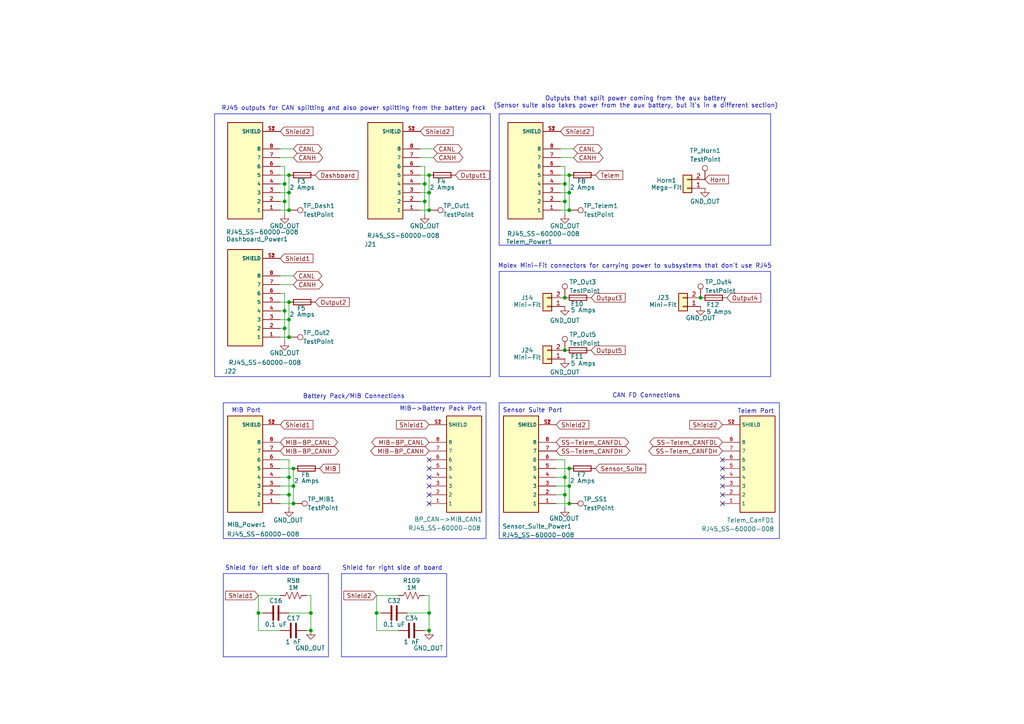
<source format=kicad_sch>
(kicad_sch
	(version 20250114)
	(generator "eeschema")
	(generator_version "9.0")
	(uuid "3461622c-fdea-45eb-b841-728d009c223b")
	(paper "A4")
	(lib_symbols
		(symbol "Conn_01x02_1"
			(pin_names
				(offset 1.016)
				(hide yes)
			)
			(exclude_from_sim no)
			(in_bom yes)
			(on_board yes)
			(property "Reference" "Battery_Pack1"
				(at 0 6.096 0)
				(effects
					(font
						(size 1.27 1.27)
					)
				)
			)
			(property "Value" "Mega-Fit"
				(at 0 4.064 0)
				(effects
					(font
						(size 1.27 1.27)
					)
				)
			)
			(property "Footprint" "Connector_Molex:Molex_Mega-Fit_76829-0002_2x01_P5.70mm_Vertical"
				(at 0 0 0)
				(effects
					(font
						(size 1.27 1.27)
					)
					(hide yes)
				)
			)
			(property "Datasheet" "https://www.molex.com/en-us/products/part-detail/768290002?display=pdf"
				(at 0 0 0)
				(effects
					(font
						(size 1.27 1.27)
					)
					(hide yes)
				)
			)
			(property "Description" "Generic connector, single row, 01x02, script generated (kicad-library-utils/schlib/autogen/connector/)"
				(at 0 0 0)
				(effects
					(font
						(size 1.27 1.27)
					)
					(hide yes)
				)
			)
			(property "MF" "Molex"
				(at 0 0 0)
				(effects
					(font
						(size 1.27 1.27)
					)
					(justify bottom)
					(hide yes)
				)
			)
			(property "MAXIMUM_PACKAGE_HEIGHT" "11.40mm"
				(at 0 0 0)
				(effects
					(font
						(size 1.27 1.27)
					)
					(justify bottom)
					(hide yes)
				)
			)
			(property "Package" "None"
				(at 0 0 0)
				(effects
					(font
						(size 1.27 1.27)
					)
					(justify bottom)
					(hide yes)
				)
			)
			(property "Price" "None"
				(at 0 0 0)
				(effects
					(font
						(size 1.27 1.27)
					)
					(justify bottom)
					(hide yes)
				)
			)
			(property "Check_prices" "https://www.snapeda.com/parts/26013114/Molex/view-part/?ref=eda"
				(at 0 0 0)
				(effects
					(font
						(size 1.27 1.27)
					)
					(justify bottom)
					(hide yes)
				)
			)
			(property "STANDARD" "Manufacturer Recommendations"
				(at 0 0 0)
				(effects
					(font
						(size 1.27 1.27)
					)
					(justify bottom)
					(hide yes)
				)
			)
			(property "PARTREV" "A"
				(at 0 0 0)
				(effects
					(font
						(size 1.27 1.27)
					)
					(justify bottom)
					(hide yes)
				)
			)
			(property "SnapEDA_Link" "https://www.snapeda.com/parts/26013114/Molex/view-part/?ref=snap"
				(at 0 0 0)
				(effects
					(font
						(size 1.27 1.27)
					)
					(justify bottom)
					(hide yes)
				)
			)
			(property "MP" "26013114"
				(at 0 0 0)
				(effects
					(font
						(size 1.27 1.27)
					)
					(justify bottom)
					(hide yes)
				)
			)
			(property "Description_1" "\n                        \n                            Connector Header Through Hole, Right Angle 2 position -\n                        \n"
				(at 0 0 0)
				(effects
					(font
						(size 1.27 1.27)
					)
					(justify bottom)
					(hide yes)
				)
			)
			(property "Availability" "In Stock"
				(at 0 0 0)
				(effects
					(font
						(size 1.27 1.27)
					)
					(justify bottom)
					(hide yes)
				)
			)
			(property "MANUFACTURER" "Molex"
				(at 0 0 0)
				(effects
					(font
						(size 1.27 1.27)
					)
					(justify bottom)
					(hide yes)
				)
			)
			(property "DigiKey_Part_Number" ""
				(at 0 0 0)
				(effects
					(font
						(size 1.27 1.27)
					)
					(hide yes)
				)
			)
			(property "ki_keywords" "connector"
				(at 0 0 0)
				(effects
					(font
						(size 1.27 1.27)
					)
					(hide yes)
				)
			)
			(property "ki_fp_filters" "Connector*:*_1x??_*"
				(at 0 0 0)
				(effects
					(font
						(size 1.27 1.27)
					)
					(hide yes)
				)
			)
			(symbol "Conn_01x02_1_1_1"
				(rectangle
					(start -1.27 1.27)
					(end 1.27 -3.81)
					(stroke
						(width 0.254)
						(type default)
					)
					(fill
						(type background)
					)
				)
				(rectangle
					(start -1.27 0.127)
					(end 0 -0.127)
					(stroke
						(width 0.1524)
						(type default)
					)
					(fill
						(type none)
					)
				)
				(rectangle
					(start -1.27 -2.413)
					(end 0 -2.667)
					(stroke
						(width 0.1524)
						(type default)
					)
					(fill
						(type none)
					)
				)
				(pin passive line
					(at -5.08 0 0)
					(length 3.81)
					(name "Pin_2"
						(effects
							(font
								(size 1.27 1.27)
							)
						)
					)
					(number "2"
						(effects
							(font
								(size 1.27 1.27)
							)
						)
					)
				)
				(pin passive line
					(at -5.08 -2.54 0)
					(length 3.81)
					(name "Pin_1"
						(effects
							(font
								(size 1.27 1.27)
							)
						)
					)
					(number "1"
						(effects
							(font
								(size 1.27 1.27)
							)
						)
					)
				)
			)
			(embedded_fonts no)
		)
		(symbol "Connector:TestPoint"
			(pin_numbers
				(hide yes)
			)
			(pin_names
				(offset 0.762)
				(hide yes)
			)
			(exclude_from_sim no)
			(in_bom yes)
			(on_board yes)
			(property "Reference" "TP"
				(at 0 6.858 0)
				(effects
					(font
						(size 1.27 1.27)
					)
				)
			)
			(property "Value" "TestPoint"
				(at 0 5.08 0)
				(effects
					(font
						(size 1.27 1.27)
					)
				)
			)
			(property "Footprint" ""
				(at 5.08 0 0)
				(effects
					(font
						(size 1.27 1.27)
					)
					(hide yes)
				)
			)
			(property "Datasheet" "~"
				(at 5.08 0 0)
				(effects
					(font
						(size 1.27 1.27)
					)
					(hide yes)
				)
			)
			(property "Description" "test point"
				(at 0 0 0)
				(effects
					(font
						(size 1.27 1.27)
					)
					(hide yes)
				)
			)
			(property "ki_keywords" "test point tp"
				(at 0 0 0)
				(effects
					(font
						(size 1.27 1.27)
					)
					(hide yes)
				)
			)
			(property "ki_fp_filters" "Pin* Test*"
				(at 0 0 0)
				(effects
					(font
						(size 1.27 1.27)
					)
					(hide yes)
				)
			)
			(symbol "TestPoint_0_1"
				(circle
					(center 0 3.302)
					(radius 0.762)
					(stroke
						(width 0)
						(type default)
					)
					(fill
						(type none)
					)
				)
			)
			(symbol "TestPoint_1_1"
				(pin passive line
					(at 0 0 90)
					(length 2.54)
					(name "1"
						(effects
							(font
								(size 1.27 1.27)
							)
						)
					)
					(number "1"
						(effects
							(font
								(size 1.27 1.27)
							)
						)
					)
				)
			)
			(embedded_fonts no)
		)
		(symbol "Device:C"
			(pin_numbers
				(hide yes)
			)
			(pin_names
				(offset 0.254)
			)
			(exclude_from_sim no)
			(in_bom yes)
			(on_board yes)
			(property "Reference" "C"
				(at 0.635 2.54 0)
				(effects
					(font
						(size 1.27 1.27)
					)
					(justify left)
				)
			)
			(property "Value" "C"
				(at 0.635 -2.54 0)
				(effects
					(font
						(size 1.27 1.27)
					)
					(justify left)
				)
			)
			(property "Footprint" ""
				(at 0.9652 -3.81 0)
				(effects
					(font
						(size 1.27 1.27)
					)
					(hide yes)
				)
			)
			(property "Datasheet" "~"
				(at 0 0 0)
				(effects
					(font
						(size 1.27 1.27)
					)
					(hide yes)
				)
			)
			(property "Description" "Unpolarized capacitor"
				(at 0 0 0)
				(effects
					(font
						(size 1.27 1.27)
					)
					(hide yes)
				)
			)
			(property "ki_keywords" "cap capacitor"
				(at 0 0 0)
				(effects
					(font
						(size 1.27 1.27)
					)
					(hide yes)
				)
			)
			(property "ki_fp_filters" "C_*"
				(at 0 0 0)
				(effects
					(font
						(size 1.27 1.27)
					)
					(hide yes)
				)
			)
			(symbol "C_0_1"
				(polyline
					(pts
						(xy -2.032 0.762) (xy 2.032 0.762)
					)
					(stroke
						(width 0.508)
						(type default)
					)
					(fill
						(type none)
					)
				)
				(polyline
					(pts
						(xy -2.032 -0.762) (xy 2.032 -0.762)
					)
					(stroke
						(width 0.508)
						(type default)
					)
					(fill
						(type none)
					)
				)
			)
			(symbol "C_1_1"
				(pin passive line
					(at 0 3.81 270)
					(length 2.794)
					(name "~"
						(effects
							(font
								(size 1.27 1.27)
							)
						)
					)
					(number "1"
						(effects
							(font
								(size 1.27 1.27)
							)
						)
					)
				)
				(pin passive line
					(at 0 -3.81 90)
					(length 2.794)
					(name "~"
						(effects
							(font
								(size 1.27 1.27)
							)
						)
					)
					(number "2"
						(effects
							(font
								(size 1.27 1.27)
							)
						)
					)
				)
			)
			(embedded_fonts no)
		)
		(symbol "Device:Fuse"
			(pin_numbers
				(hide yes)
			)
			(pin_names
				(offset 0)
			)
			(exclude_from_sim no)
			(in_bom yes)
			(on_board yes)
			(property "Reference" "F"
				(at 2.032 0 90)
				(effects
					(font
						(size 1.27 1.27)
					)
				)
			)
			(property "Value" "Fuse"
				(at -1.905 0 90)
				(effects
					(font
						(size 1.27 1.27)
					)
				)
			)
			(property "Footprint" ""
				(at -1.778 0 90)
				(effects
					(font
						(size 1.27 1.27)
					)
					(hide yes)
				)
			)
			(property "Datasheet" "~"
				(at 0 0 0)
				(effects
					(font
						(size 1.27 1.27)
					)
					(hide yes)
				)
			)
			(property "Description" "Fuse"
				(at 0 0 0)
				(effects
					(font
						(size 1.27 1.27)
					)
					(hide yes)
				)
			)
			(property "ki_keywords" "fuse"
				(at 0 0 0)
				(effects
					(font
						(size 1.27 1.27)
					)
					(hide yes)
				)
			)
			(property "ki_fp_filters" "*Fuse*"
				(at 0 0 0)
				(effects
					(font
						(size 1.27 1.27)
					)
					(hide yes)
				)
			)
			(symbol "Fuse_0_1"
				(rectangle
					(start -0.762 -2.54)
					(end 0.762 2.54)
					(stroke
						(width 0.254)
						(type default)
					)
					(fill
						(type none)
					)
				)
				(polyline
					(pts
						(xy 0 2.54) (xy 0 -2.54)
					)
					(stroke
						(width 0)
						(type default)
					)
					(fill
						(type none)
					)
				)
			)
			(symbol "Fuse_1_1"
				(pin passive line
					(at 0 3.81 270)
					(length 1.27)
					(name "~"
						(effects
							(font
								(size 1.27 1.27)
							)
						)
					)
					(number "1"
						(effects
							(font
								(size 1.27 1.27)
							)
						)
					)
				)
				(pin passive line
					(at 0 -3.81 90)
					(length 1.27)
					(name "~"
						(effects
							(font
								(size 1.27 1.27)
							)
						)
					)
					(number "2"
						(effects
							(font
								(size 1.27 1.27)
							)
						)
					)
				)
			)
			(embedded_fonts no)
		)
		(symbol "Device:R_US"
			(pin_numbers
				(hide yes)
			)
			(pin_names
				(offset 0)
			)
			(exclude_from_sim no)
			(in_bom yes)
			(on_board yes)
			(property "Reference" "R"
				(at 2.54 0 90)
				(effects
					(font
						(size 1.27 1.27)
					)
				)
			)
			(property "Value" "R_US"
				(at -2.54 0 90)
				(effects
					(font
						(size 1.27 1.27)
					)
				)
			)
			(property "Footprint" ""
				(at 1.016 -0.254 90)
				(effects
					(font
						(size 1.27 1.27)
					)
					(hide yes)
				)
			)
			(property "Datasheet" "~"
				(at 0 0 0)
				(effects
					(font
						(size 1.27 1.27)
					)
					(hide yes)
				)
			)
			(property "Description" "Resistor, US symbol"
				(at 0 0 0)
				(effects
					(font
						(size 1.27 1.27)
					)
					(hide yes)
				)
			)
			(property "ki_keywords" "R res resistor"
				(at 0 0 0)
				(effects
					(font
						(size 1.27 1.27)
					)
					(hide yes)
				)
			)
			(property "ki_fp_filters" "R_*"
				(at 0 0 0)
				(effects
					(font
						(size 1.27 1.27)
					)
					(hide yes)
				)
			)
			(symbol "R_US_0_1"
				(polyline
					(pts
						(xy 0 2.286) (xy 0 2.54)
					)
					(stroke
						(width 0)
						(type default)
					)
					(fill
						(type none)
					)
				)
				(polyline
					(pts
						(xy 0 2.286) (xy 1.016 1.905) (xy 0 1.524) (xy -1.016 1.143) (xy 0 0.762)
					)
					(stroke
						(width 0)
						(type default)
					)
					(fill
						(type none)
					)
				)
				(polyline
					(pts
						(xy 0 0.762) (xy 1.016 0.381) (xy 0 0) (xy -1.016 -0.381) (xy 0 -0.762)
					)
					(stroke
						(width 0)
						(type default)
					)
					(fill
						(type none)
					)
				)
				(polyline
					(pts
						(xy 0 -0.762) (xy 1.016 -1.143) (xy 0 -1.524) (xy -1.016 -1.905) (xy 0 -2.286)
					)
					(stroke
						(width 0)
						(type default)
					)
					(fill
						(type none)
					)
				)
				(polyline
					(pts
						(xy 0 -2.286) (xy 0 -2.54)
					)
					(stroke
						(width 0)
						(type default)
					)
					(fill
						(type none)
					)
				)
			)
			(symbol "R_US_1_1"
				(pin passive line
					(at 0 3.81 270)
					(length 1.27)
					(name "~"
						(effects
							(font
								(size 1.27 1.27)
							)
						)
					)
					(number "1"
						(effects
							(font
								(size 1.27 1.27)
							)
						)
					)
				)
				(pin passive line
					(at 0 -3.81 90)
					(length 1.27)
					(name "~"
						(effects
							(font
								(size 1.27 1.27)
							)
						)
					)
					(number "2"
						(effects
							(font
								(size 1.27 1.27)
							)
						)
					)
				)
			)
			(embedded_fonts no)
		)
		(symbol "GTSR_symbol_lib:RJ45_SS-60000-008"
			(exclude_from_sim no)
			(in_bom yes)
			(on_board yes)
			(property "Reference" "J"
				(at 0 -6.35 0)
				(effects
					(font
						(size 1.27 1.27)
					)
				)
			)
			(property "Value" "RJ45_SS-60000-008"
				(at 0 -6.35 0)
				(effects
					(font
						(size 1.27 1.27)
					)
				)
			)
			(property "Footprint" "GTSR_KiCAD_Footprints:SS-60000-008_RJ45_Vertical"
				(at 0 -6.35 0)
				(effects
					(font
						(size 1.27 1.27)
					)
					(hide yes)
				)
			)
			(property "Datasheet" "https://www.belfuse.com/resources/Catalogs/StewartConnector/ca-STW-stewart-connector-focus-catalog.pdf"
				(at 0 -6.35 0)
				(effects
					(font
						(size 1.27 1.27)
					)
					(hide yes)
				)
			)
			(property "Description" ""
				(at 0 0 0)
				(effects
					(font
						(size 1.27 1.27)
					)
					(hide yes)
				)
			)
			(symbol "RJ45_SS-60000-008_0_0"
				(rectangle
					(start -5.08 -3.81)
					(end 5.08 24.13)
					(stroke
						(width 0.254)
						(type default)
					)
					(fill
						(type background)
					)
				)
				(pin passive line
					(at -10.16 21.59 0)
					(length 5.08)
					(name "1"
						(effects
							(font
								(size 1.016 1.016)
							)
						)
					)
					(number "1"
						(effects
							(font
								(size 1.016 1.016)
							)
						)
					)
				)
				(pin passive line
					(at -10.16 19.05 0)
					(length 5.08)
					(name "2"
						(effects
							(font
								(size 1.016 1.016)
							)
						)
					)
					(number "2"
						(effects
							(font
								(size 1.016 1.016)
							)
						)
					)
				)
				(pin passive line
					(at -10.16 16.51 0)
					(length 5.08)
					(name "3"
						(effects
							(font
								(size 1.016 1.016)
							)
						)
					)
					(number "3"
						(effects
							(font
								(size 1.016 1.016)
							)
						)
					)
				)
				(pin passive line
					(at -10.16 13.97 0)
					(length 5.08)
					(name "4"
						(effects
							(font
								(size 1.016 1.016)
							)
						)
					)
					(number "4"
						(effects
							(font
								(size 1.016 1.016)
							)
						)
					)
				)
				(pin passive line
					(at -10.16 11.43 0)
					(length 5.08)
					(name "5"
						(effects
							(font
								(size 1.016 1.016)
							)
						)
					)
					(number "5"
						(effects
							(font
								(size 1.016 1.016)
							)
						)
					)
				)
				(pin passive line
					(at -10.16 8.89 0)
					(length 5.08)
					(name "6"
						(effects
							(font
								(size 1.016 1.016)
							)
						)
					)
					(number "6"
						(effects
							(font
								(size 1.016 1.016)
							)
						)
					)
				)
				(pin passive line
					(at -10.16 6.35 0)
					(length 5.08)
					(name "7"
						(effects
							(font
								(size 1.016 1.016)
							)
						)
					)
					(number "7"
						(effects
							(font
								(size 1.016 1.016)
							)
						)
					)
				)
				(pin passive line
					(at -10.16 3.81 0)
					(length 5.08)
					(name "8"
						(effects
							(font
								(size 1.016 1.016)
							)
						)
					)
					(number "8"
						(effects
							(font
								(size 1.016 1.016)
							)
						)
					)
				)
				(pin passive line
					(at -10.16 -1.27 0)
					(length 5.08)
					(name "SHIELD"
						(effects
							(font
								(size 1.016 1.016)
							)
						)
					)
					(number "S1"
						(effects
							(font
								(size 1.016 1.016)
							)
						)
					)
				)
				(pin passive line
					(at -10.16 -1.27 0)
					(length 5.08)
					(name "SHIELD"
						(effects
							(font
								(size 1.016 1.016)
							)
						)
					)
					(number "S2"
						(effects
							(font
								(size 1.016 1.016)
							)
						)
					)
				)
			)
			(embedded_fonts no)
		)
		(symbol "power:GND"
			(power)
			(pin_numbers
				(hide yes)
			)
			(pin_names
				(offset 0)
				(hide yes)
			)
			(exclude_from_sim no)
			(in_bom yes)
			(on_board yes)
			(property "Reference" "#PWR"
				(at 0 -6.35 0)
				(effects
					(font
						(size 1.27 1.27)
					)
					(hide yes)
				)
			)
			(property "Value" "GND"
				(at 0 -3.81 0)
				(effects
					(font
						(size 1.27 1.27)
					)
				)
			)
			(property "Footprint" ""
				(at 0 0 0)
				(effects
					(font
						(size 1.27 1.27)
					)
					(hide yes)
				)
			)
			(property "Datasheet" ""
				(at 0 0 0)
				(effects
					(font
						(size 1.27 1.27)
					)
					(hide yes)
				)
			)
			(property "Description" "Power symbol creates a global label with name \"GND\" , ground"
				(at 0 0 0)
				(effects
					(font
						(size 1.27 1.27)
					)
					(hide yes)
				)
			)
			(property "ki_keywords" "global power"
				(at 0 0 0)
				(effects
					(font
						(size 1.27 1.27)
					)
					(hide yes)
				)
			)
			(symbol "GND_0_1"
				(polyline
					(pts
						(xy 0 0) (xy 0 -1.27) (xy 1.27 -1.27) (xy 0 -2.54) (xy -1.27 -1.27) (xy 0 -1.27)
					)
					(stroke
						(width 0)
						(type default)
					)
					(fill
						(type none)
					)
				)
			)
			(symbol "GND_1_1"
				(pin power_in line
					(at 0 0 270)
					(length 0)
					(name "~"
						(effects
							(font
								(size 1.27 1.27)
							)
						)
					)
					(number "1"
						(effects
							(font
								(size 1.27 1.27)
							)
						)
					)
				)
			)
			(embedded_fonts no)
		)
	)
	(rectangle
		(start 144.78 116.84)
		(end 226.06 156.21)
		(stroke
			(width 0)
			(type solid)
		)
		(fill
			(type none)
		)
		(uuid 4a4ff42d-eaa2-452f-8365-4356b8f24391)
	)
	(rectangle
		(start 99.06 166.37)
		(end 129.54 190.5)
		(stroke
			(width 0)
			(type default)
		)
		(fill
			(type none)
		)
		(uuid 57f39933-9d44-4cc1-9793-f73a9fa3e41b)
	)
	(rectangle
		(start 64.77 116.84)
		(end 140.97 156.21)
		(stroke
			(width 0)
			(type solid)
		)
		(fill
			(type none)
		)
		(uuid 619c800a-e033-440e-b164-ec822135de84)
	)
	(rectangle
		(start 64.77 166.37)
		(end 95.25 190.5)
		(stroke
			(width 0)
			(type default)
		)
		(fill
			(type none)
		)
		(uuid 65230855-af8b-4363-90e5-5cb826869a72)
	)
	(rectangle
		(start 144.78 33.02)
		(end 223.52 71.12)
		(stroke
			(width 0)
			(type default)
		)
		(fill
			(type none)
		)
		(uuid a6e06724-bee8-4c72-9ea7-fcf31e2dc5fe)
	)
	(rectangle
		(start 144.78 78.74)
		(end 223.52 109.22)
		(stroke
			(width 0)
			(type solid)
		)
		(fill
			(type none)
		)
		(uuid b456acd9-fdd8-4487-b909-b9f1126047b6)
	)
	(rectangle
		(start 62.23 33.02)
		(end 142.24 109.22)
		(stroke
			(width 0)
			(type solid)
		)
		(fill
			(type none)
		)
		(uuid f8e78d28-29a5-49b5-ac5b-69243244a2da)
	)
	(text "Shield for right side of board"
		(exclude_from_sim no)
		(at 113.792 164.846 0)
		(effects
			(font
				(size 1.27 1.27)
			)
		)
		(uuid "19e6528e-7a30-4ab4-959f-e0f8da778ef5")
	)
	(text "Sensor Suite Port\n"
		(exclude_from_sim no)
		(at 154.432 119.126 0)
		(effects
			(font
				(size 1.27 1.27)
			)
		)
		(uuid "343bd129-1c63-46e0-8568-ec03c922f770")
	)
	(text "Shield for left side of board"
		(exclude_from_sim no)
		(at 79.248 164.846 0)
		(effects
			(font
				(size 1.27 1.27)
			)
		)
		(uuid "427c0e89-5e3a-42e3-9cea-93484ccea64e")
	)
	(text "Outputs that split power coming from the aux battery\n(Sensor suite also takes power from the aux battery, but it's in a different section)"
		(exclude_from_sim no)
		(at 184.404 27.94 0)
		(effects
			(font
				(size 1.27 1.27)
			)
			(justify top)
		)
		(uuid "44184ac6-ca98-4137-99a0-b3c6984aea10")
	)
	(text "CAN FD Connections"
		(exclude_from_sim no)
		(at 187.452 114.808 0)
		(effects
			(font
				(size 1.27 1.27)
			)
		)
		(uuid "51ac8d83-b2c0-478e-bf69-eed002b1c885")
	)
	(text "MIB Port"
		(exclude_from_sim no)
		(at 71.374 119.126 0)
		(effects
			(font
				(size 1.27 1.27)
			)
		)
		(uuid "8edcd88c-a7b6-41f9-816d-e578b01ab6f5")
	)
	(text "MIB->Battery Pack Port"
		(exclude_from_sim no)
		(at 127.762 118.618 0)
		(effects
			(font
				(size 1.27 1.27)
			)
		)
		(uuid "96aa3f38-12e7-4ec0-b74c-553d20eac9e1")
	)
	(text "Telem Port"
		(exclude_from_sim no)
		(at 219.202 119.38 0)
		(effects
			(font
				(size 1.27 1.27)
			)
		)
		(uuid "9c820beb-1415-4cc5-8bd3-a01106bf73dc")
	)
	(text "RJ45 outputs for CAN splitting and also power splitting from the battery pack"
		(exclude_from_sim no)
		(at 102.616 30.734 0)
		(effects
			(font
				(size 1.27 1.27)
			)
			(justify top)
		)
		(uuid "c88c682e-8605-4161-9329-67e02adaaeb5")
	)
	(text "Molex Mini-Fit connectors for carrying power to subsystems that don't use RJ45"
		(exclude_from_sim no)
		(at 184.15 77.216 0)
		(effects
			(font
				(size 1.27 1.27)
			)
		)
		(uuid "e0642a62-c9f3-4a66-819a-fedc0fdb7ded")
	)
	(text "Battery Pack/MIB Connections"
		(exclude_from_sim no)
		(at 102.616 115.062 0)
		(effects
			(font
				(size 1.27 1.27)
			)
		)
		(uuid "e41c10a2-3199-420c-9af4-d9dbf46b81e9")
	)
	(junction
		(at 74.93 177.8)
		(diameter 0)
		(color 0 0 0 0)
		(uuid "00a89383-bbea-469c-a08f-15d57baa349f")
	)
	(junction
		(at 85.09 146.05)
		(diameter 0)
		(color 0 0 0 0)
		(uuid "0a418d74-e6ff-482c-ae9e-7281df30b8e0")
	)
	(junction
		(at 163.83 138.43)
		(diameter 0)
		(color 0 0 0 0)
		(uuid "11be787d-752e-476e-8711-993192476e45")
	)
	(junction
		(at 83.82 55.88)
		(diameter 0)
		(color 0 0 0 0)
		(uuid "1c0e09c7-b3ef-4cda-8b4c-4e72a79b90d2")
	)
	(junction
		(at 83.82 143.51)
		(diameter 0)
		(color 0 0 0 0)
		(uuid "1d4463f4-998a-440e-8b62-bd72bac1a550")
	)
	(junction
		(at 163.83 53.34)
		(diameter 0)
		(color 0 0 0 0)
		(uuid "1db55586-9a72-43c4-b0b9-1dcebaac65f7")
	)
	(junction
		(at 123.19 53.34)
		(diameter 0)
		(color 0 0 0 0)
		(uuid "1fdf8202-a19e-4644-b37e-27b4dc39a535")
	)
	(junction
		(at 165.1 55.88)
		(diameter 0)
		(color 0 0 0 0)
		(uuid "22b7e137-7938-487e-9191-ec768a4fcd95")
	)
	(junction
		(at 85.09 140.97)
		(diameter 0)
		(color 0 0 0 0)
		(uuid "2539a71c-ff32-46be-bddf-10d8bc66a6dd")
	)
	(junction
		(at 83.82 60.96)
		(diameter 0)
		(color 0 0 0 0)
		(uuid "2c0a4d9b-611f-4c7e-a39d-a3420822bc8b")
	)
	(junction
		(at 82.55 58.42)
		(diameter 0)
		(color 0 0 0 0)
		(uuid "33dd7560-8da0-4f78-9929-47fd402e1e4a")
	)
	(junction
		(at 163.83 143.51)
		(diameter 0)
		(color 0 0 0 0)
		(uuid "36bcf278-852d-467f-b99b-93d5c2c5d157")
	)
	(junction
		(at 124.46 60.96)
		(diameter 0)
		(color 0 0 0 0)
		(uuid "420b92e6-c327-4cb5-8913-42e50f1f3ccc")
	)
	(junction
		(at 83.82 92.71)
		(diameter 0)
		(color 0 0 0 0)
		(uuid "43f577bc-1318-4af1-baa8-6d40938b0ffb")
	)
	(junction
		(at 165.1 146.05)
		(diameter 0)
		(color 0 0 0 0)
		(uuid "4a0d495f-8e05-4fbf-a421-ddcb2e321348")
	)
	(junction
		(at 90.17 182.88)
		(diameter 0)
		(color 0 0 0 0)
		(uuid "4a1793f4-a724-40f7-a0fb-e06ff20cc958")
	)
	(junction
		(at 90.17 177.8)
		(diameter 0)
		(color 0 0 0 0)
		(uuid "513c3749-7915-4dac-b833-2e16690ca1a8")
	)
	(junction
		(at 83.82 138.43)
		(diameter 0)
		(color 0 0 0 0)
		(uuid "54f97d95-8aa9-4b22-a5dc-53e1c0aac154")
	)
	(junction
		(at 163.83 101.6)
		(diameter 0)
		(color 0 0 0 0)
		(uuid "6189384a-e19f-4bb2-8330-b2a1f31127c5")
	)
	(junction
		(at 85.09 135.89)
		(diameter 0)
		(color 0 0 0 0)
		(uuid "6615d7e6-e124-4ce3-b729-42889ac6a096")
	)
	(junction
		(at 109.22 177.8)
		(diameter 0)
		(color 0 0 0 0)
		(uuid "74ae1b95-ae1b-4c6d-8cc7-c58868aa438e")
	)
	(junction
		(at 124.46 50.8)
		(diameter 0)
		(color 0 0 0 0)
		(uuid "7558f747-6cc2-4c0a-bbaf-515b102ce554")
	)
	(junction
		(at 163.83 86.36)
		(diameter 0)
		(color 0 0 0 0)
		(uuid "8300c12a-178b-4e96-a3a1-f3c9d086e4e5")
	)
	(junction
		(at 203.2 86.36)
		(diameter 0)
		(color 0 0 0 0)
		(uuid "86793916-48e8-4e86-a21a-48c99fea5779")
	)
	(junction
		(at 124.46 177.8)
		(diameter 0)
		(color 0 0 0 0)
		(uuid "96613c74-f6b0-4fd6-8052-4f45b196c9c1")
	)
	(junction
		(at 165.1 50.8)
		(diameter 0)
		(color 0 0 0 0)
		(uuid "a2099aa4-ce5b-4944-83da-79880cc93466")
	)
	(junction
		(at 123.19 58.42)
		(diameter 0)
		(color 0 0 0 0)
		(uuid "a47e0eae-8922-4b02-b0a6-82d7ed68414d")
	)
	(junction
		(at 165.1 60.96)
		(diameter 0)
		(color 0 0 0 0)
		(uuid "afd31ea3-53ce-4380-affc-0b440ff1f612")
	)
	(junction
		(at 83.82 97.79)
		(diameter 0)
		(color 0 0 0 0)
		(uuid "b041cb96-415a-43db-bdaa-18cc97cbddf9")
	)
	(junction
		(at 82.55 90.17)
		(diameter 0)
		(color 0 0 0 0)
		(uuid "bc6a0d6f-b683-4a02-8c8f-2d1e5b3c4933")
	)
	(junction
		(at 83.82 87.63)
		(diameter 0)
		(color 0 0 0 0)
		(uuid "bda7a785-82b3-473f-93a7-2aa61cadc537")
	)
	(junction
		(at 165.1 135.89)
		(diameter 0)
		(color 0 0 0 0)
		(uuid "c11d6918-4eaa-4556-ac11-c02f8b624456")
	)
	(junction
		(at 165.1 140.97)
		(diameter 0)
		(color 0 0 0 0)
		(uuid "c5c96eae-fe01-439a-98fd-7b4afd0bf048")
	)
	(junction
		(at 124.46 55.88)
		(diameter 0)
		(color 0 0 0 0)
		(uuid "d0c47379-67ef-49f4-9525-e65251ffa58f")
	)
	(junction
		(at 83.82 50.8)
		(diameter 0)
		(color 0 0 0 0)
		(uuid "ebaad0b6-07d1-404f-bc25-622268296f80")
	)
	(junction
		(at 124.46 182.88)
		(diameter 0)
		(color 0 0 0 0)
		(uuid "ef05795d-0c75-4d9e-a67b-509691de44a8")
	)
	(junction
		(at 82.55 95.25)
		(diameter 0)
		(color 0 0 0 0)
		(uuid "f0ca532f-4612-46ef-868d-6202d59c5dc0")
	)
	(junction
		(at 163.83 58.42)
		(diameter 0)
		(color 0 0 0 0)
		(uuid "fa3aea46-e423-4a79-9ef0-949cdf87726d")
	)
	(junction
		(at 82.55 53.34)
		(diameter 0)
		(color 0 0 0 0)
		(uuid "fd094237-1bf4-45a9-9b51-9a9d445045c8")
	)
	(no_connect
		(at 124.46 146.05)
		(uuid "25081fd4-c59c-4ee9-b1da-0b8a8197ef13")
	)
	(no_connect
		(at 209.55 143.51)
		(uuid "3eb12c96-1283-4346-8fa1-03485193c2b1")
	)
	(no_connect
		(at 209.55 138.43)
		(uuid "5c4b1946-9503-4981-a6dc-5277be79427a")
	)
	(no_connect
		(at 124.46 135.89)
		(uuid "63a9f9a0-2de1-4227-8da8-b7098a3d2e7e")
	)
	(no_connect
		(at 209.55 135.89)
		(uuid "74d9972f-5765-464e-b361-dd99f87fa3da")
	)
	(no_connect
		(at 209.55 140.97)
		(uuid "8c22829b-2611-44e6-b1ee-1be42a63ee41")
	)
	(no_connect
		(at 124.46 140.97)
		(uuid "9307e02b-95ed-4fc0-a22d-2c76fc2c14eb")
	)
	(no_connect
		(at 209.55 133.35)
		(uuid "96af3780-b002-4792-98d3-d61a1718f02a")
	)
	(no_connect
		(at 209.55 146.05)
		(uuid "9e5c01da-0f74-4cf1-b818-77cd231c3cfb")
	)
	(no_connect
		(at 124.46 143.51)
		(uuid "c9c999e1-6901-4a72-b843-6c61d481496a")
	)
	(no_connect
		(at 124.46 138.43)
		(uuid "d16cc732-595f-4ea0-b8d1-5b509ba07a08")
	)
	(no_connect
		(at 124.46 133.35)
		(uuid "fd8fc278-157b-4e93-9c0a-a803abc179b5")
	)
	(wire
		(pts
			(xy 81.28 43.18) (xy 85.09 43.18)
		)
		(stroke
			(width 0)
			(type default)
		)
		(uuid "0043e048-646d-4641-9375-9f0a327a2dc0")
	)
	(wire
		(pts
			(xy 74.93 177.8) (xy 76.2 177.8)
		)
		(stroke
			(width 0)
			(type default)
		)
		(uuid "01937f34-62fe-4efd-a2ed-bbcfee60ff12")
	)
	(wire
		(pts
			(xy 81.28 82.55) (xy 85.09 82.55)
		)
		(stroke
			(width 0)
			(type default)
		)
		(uuid "0694ae8d-edad-4220-834c-72145d5d7640")
	)
	(wire
		(pts
			(xy 83.82 55.88) (xy 83.82 50.8)
		)
		(stroke
			(width 0)
			(type default)
		)
		(uuid "0913fd92-c519-46af-9698-52aaaca12dbd")
	)
	(wire
		(pts
			(xy 85.09 135.89) (xy 85.09 140.97)
		)
		(stroke
			(width 0)
			(type default)
		)
		(uuid "0ade9e33-6640-4ff9-ba55-9426b96d0417")
	)
	(wire
		(pts
			(xy 109.22 182.88) (xy 109.22 177.8)
		)
		(stroke
			(width 0)
			(type default)
		)
		(uuid "0ce16788-ccfe-40fe-9702-47b091917645")
	)
	(wire
		(pts
			(xy 81.28 87.63) (xy 83.82 87.63)
		)
		(stroke
			(width 0)
			(type default)
		)
		(uuid "0ecb7c04-6c6a-42ba-a32d-903f40f6b709")
	)
	(wire
		(pts
			(xy 81.28 55.88) (xy 83.82 55.88)
		)
		(stroke
			(width 0)
			(type default)
		)
		(uuid "0f39130d-ebc0-470f-9a6f-08dcb6397a81")
	)
	(wire
		(pts
			(xy 81.28 48.26) (xy 82.55 48.26)
		)
		(stroke
			(width 0)
			(type default)
		)
		(uuid "0fc6739d-c9ef-4fe3-b923-fe06d00e7ebd")
	)
	(wire
		(pts
			(xy 81.28 60.96) (xy 83.82 60.96)
		)
		(stroke
			(width 0)
			(type default)
		)
		(uuid "10adfacf-69fa-47ab-878f-c6a6375131c6")
	)
	(wire
		(pts
			(xy 90.17 172.72) (xy 90.17 177.8)
		)
		(stroke
			(width 0)
			(type default)
		)
		(uuid "12c76cc1-ddf3-473e-a4dc-fae93e0bc15c")
	)
	(wire
		(pts
			(xy 163.83 138.43) (xy 163.83 143.51)
		)
		(stroke
			(width 0)
			(type default)
		)
		(uuid "13db8d91-0b35-49d6-807d-54543f2a5715")
	)
	(wire
		(pts
			(xy 83.82 138.43) (xy 83.82 143.51)
		)
		(stroke
			(width 0)
			(type default)
		)
		(uuid "165affe8-bcfb-43db-b6ea-7b9b133a4bef")
	)
	(wire
		(pts
			(xy 81.28 92.71) (xy 83.82 92.71)
		)
		(stroke
			(width 0)
			(type default)
		)
		(uuid "1b641e1b-62dd-4e2d-be90-b8548d490530")
	)
	(wire
		(pts
			(xy 81.28 80.01) (xy 85.09 80.01)
		)
		(stroke
			(width 0)
			(type default)
		)
		(uuid "214a87df-1c2d-4172-917d-937a53a3557b")
	)
	(wire
		(pts
			(xy 121.92 50.8) (xy 124.46 50.8)
		)
		(stroke
			(width 0)
			(type default)
		)
		(uuid "22713faf-4eb2-48d0-8e24-3584a191aa7e")
	)
	(wire
		(pts
			(xy 165.1 50.8) (xy 165.1 55.88)
		)
		(stroke
			(width 0)
			(type default)
		)
		(uuid "29614779-d4df-4765-b5a1-db3faa67f9ba")
	)
	(wire
		(pts
			(xy 82.55 90.17) (xy 82.55 95.25)
		)
		(stroke
			(width 0)
			(type default)
		)
		(uuid "29a49979-734b-416d-8ee4-2f030daf541b")
	)
	(wire
		(pts
			(xy 162.56 60.96) (xy 165.1 60.96)
		)
		(stroke
			(width 0)
			(type default)
		)
		(uuid "2f15d2b6-060f-4b18-b76c-3e238510a3b3")
	)
	(wire
		(pts
			(xy 121.92 60.96) (xy 124.46 60.96)
		)
		(stroke
			(width 0)
			(type default)
		)
		(uuid "301db769-5f38-42e3-a263-b7d902b34829")
	)
	(wire
		(pts
			(xy 81.28 58.42) (xy 82.55 58.42)
		)
		(stroke
			(width 0)
			(type default)
		)
		(uuid "30dcb88a-4fe2-4692-afc2-47c8eabcfad9")
	)
	(wire
		(pts
			(xy 83.82 60.96) (xy 83.82 55.88)
		)
		(stroke
			(width 0)
			(type default)
		)
		(uuid "33e3f37c-25fa-418f-9548-7d0a19960371")
	)
	(wire
		(pts
			(xy 81.28 140.97) (xy 85.09 140.97)
		)
		(stroke
			(width 0)
			(type default)
		)
		(uuid "3477921d-9964-4bf9-8953-78162b12c225")
	)
	(wire
		(pts
			(xy 163.83 133.35) (xy 161.29 133.35)
		)
		(stroke
			(width 0)
			(type default)
		)
		(uuid "371fbbd4-4f0c-4c90-b4cc-07526a9bcae3")
	)
	(wire
		(pts
			(xy 83.82 92.71) (xy 83.82 97.79)
		)
		(stroke
			(width 0)
			(type default)
		)
		(uuid "38e39a71-2b1f-4066-a4c6-833c183b6ee3")
	)
	(wire
		(pts
			(xy 82.55 58.42) (xy 82.55 62.23)
		)
		(stroke
			(width 0)
			(type default)
		)
		(uuid "3902535f-01e7-41b9-9d8f-1e91fa201a31")
	)
	(wire
		(pts
			(xy 90.17 177.8) (xy 90.17 182.88)
		)
		(stroke
			(width 0)
			(type default)
		)
		(uuid "3a883879-4e17-4af1-9759-7c706c33013c")
	)
	(wire
		(pts
			(xy 163.83 58.42) (xy 163.83 62.23)
		)
		(stroke
			(width 0)
			(type default)
		)
		(uuid "3eda7030-6eda-42ff-81fb-523bf70235ce")
	)
	(wire
		(pts
			(xy 123.19 53.34) (xy 123.19 48.26)
		)
		(stroke
			(width 0)
			(type default)
		)
		(uuid "3f1779a1-7758-4a95-9083-3b47d42f91b2")
	)
	(wire
		(pts
			(xy 115.57 182.88) (xy 109.22 182.88)
		)
		(stroke
			(width 0)
			(type default)
		)
		(uuid "3f26ca5e-feb8-4a2c-a3ad-d86cdfaa133b")
	)
	(wire
		(pts
			(xy 123.19 62.23) (xy 123.19 58.42)
		)
		(stroke
			(width 0)
			(type default)
		)
		(uuid "40197fdb-fd2e-41af-ad45-e38feeccc7ed")
	)
	(wire
		(pts
			(xy 83.82 133.35) (xy 81.28 133.35)
		)
		(stroke
			(width 0)
			(type default)
		)
		(uuid "410b7e68-dca5-4062-a977-fb117eaee98c")
	)
	(wire
		(pts
			(xy 161.29 135.89) (xy 165.1 135.89)
		)
		(stroke
			(width 0)
			(type default)
		)
		(uuid "412e598a-17d4-41a1-96ed-3c09c75477cb")
	)
	(wire
		(pts
			(xy 83.82 177.8) (xy 90.17 177.8)
		)
		(stroke
			(width 0)
			(type default)
		)
		(uuid "4174ebcb-dedc-438f-b322-29eb080cdb88")
	)
	(wire
		(pts
			(xy 165.1 140.97) (xy 165.1 146.05)
		)
		(stroke
			(width 0)
			(type default)
		)
		(uuid "4d656edd-a8bf-4717-bc32-eb3a66808a51")
	)
	(wire
		(pts
			(xy 163.83 133.35) (xy 163.83 138.43)
		)
		(stroke
			(width 0)
			(type default)
		)
		(uuid "4ebb081d-9ea7-41c2-b0ef-524776411f82")
	)
	(wire
		(pts
			(xy 162.56 58.42) (xy 163.83 58.42)
		)
		(stroke
			(width 0)
			(type default)
		)
		(uuid "4f2f7987-e2b6-4fe6-af7f-9e5992dcdaad")
	)
	(wire
		(pts
			(xy 123.19 58.42) (xy 123.19 53.34)
		)
		(stroke
			(width 0)
			(type default)
		)
		(uuid "5134581d-1cc1-4019-855d-d06715739059")
	)
	(wire
		(pts
			(xy 121.92 55.88) (xy 124.46 55.88)
		)
		(stroke
			(width 0)
			(type default)
		)
		(uuid "5572aff3-a11e-4501-8e2c-4678ab536c80")
	)
	(wire
		(pts
			(xy 82.55 48.26) (xy 82.55 53.34)
		)
		(stroke
			(width 0)
			(type default)
		)
		(uuid "564a599f-efb0-4a1d-bc45-ee7f9d6db4c5")
	)
	(wire
		(pts
			(xy 123.19 48.26) (xy 121.92 48.26)
		)
		(stroke
			(width 0)
			(type default)
		)
		(uuid "56691fa0-8ec5-4e6d-a8d2-1aea20c3a41a")
	)
	(wire
		(pts
			(xy 165.1 55.88) (xy 165.1 60.96)
		)
		(stroke
			(width 0)
			(type default)
		)
		(uuid "5885bb2e-46da-4b44-82bf-e0b6a84d49cf")
	)
	(wire
		(pts
			(xy 81.28 97.79) (xy 83.82 97.79)
		)
		(stroke
			(width 0)
			(type default)
		)
		(uuid "59203f8e-b7bb-423c-b42e-2fbf2b590045")
	)
	(wire
		(pts
			(xy 109.22 177.8) (xy 110.49 177.8)
		)
		(stroke
			(width 0)
			(type default)
		)
		(uuid "5f900b78-5777-4415-93ef-6f9968f5ed7e")
	)
	(wire
		(pts
			(xy 81.28 138.43) (xy 83.82 138.43)
		)
		(stroke
			(width 0)
			(type default)
		)
		(uuid "63d5f33a-1f0d-4a3a-bafc-94eb1c464981")
	)
	(wire
		(pts
			(xy 81.28 90.17) (xy 82.55 90.17)
		)
		(stroke
			(width 0)
			(type default)
		)
		(uuid "6540712e-c70a-4d51-bda1-dbc3f3138306")
	)
	(wire
		(pts
			(xy 81.28 182.88) (xy 74.93 182.88)
		)
		(stroke
			(width 0)
			(type default)
		)
		(uuid "6687f17d-d389-4031-bff5-585e2c382cd0")
	)
	(wire
		(pts
			(xy 121.92 53.34) (xy 123.19 53.34)
		)
		(stroke
			(width 0)
			(type default)
		)
		(uuid "6a031aba-e2af-4b8f-97cf-4ecc7fec207f")
	)
	(wire
		(pts
			(xy 81.28 45.72) (xy 85.09 45.72)
		)
		(stroke
			(width 0)
			(type default)
		)
		(uuid "6e94b759-0c43-48a3-80f5-6ea2b4b8159b")
	)
	(wire
		(pts
			(xy 115.57 172.72) (xy 109.22 172.72)
		)
		(stroke
			(width 0)
			(type default)
		)
		(uuid "76024579-c47c-41ed-aedd-74c298b4323b")
	)
	(wire
		(pts
			(xy 85.09 140.97) (xy 85.09 146.05)
		)
		(stroke
			(width 0)
			(type default)
		)
		(uuid "7aa98714-bd6f-4ec6-baa0-1b2bfebd18ef")
	)
	(wire
		(pts
			(xy 82.55 53.34) (xy 82.55 58.42)
		)
		(stroke
			(width 0)
			(type default)
		)
		(uuid "7b87a996-29a8-4328-a32c-d9d1a479ec69")
	)
	(wire
		(pts
			(xy 161.29 140.97) (xy 165.1 140.97)
		)
		(stroke
			(width 0)
			(type default)
		)
		(uuid "7f022562-37fa-4a0a-ae85-d18895b651d9")
	)
	(wire
		(pts
			(xy 124.46 172.72) (xy 124.46 177.8)
		)
		(stroke
			(width 0)
			(type default)
		)
		(uuid "8082d20d-fdf1-4d9e-bc32-41f2b0df785e")
	)
	(wire
		(pts
			(xy 81.28 172.72) (xy 74.93 172.72)
		)
		(stroke
			(width 0)
			(type default)
		)
		(uuid "818a2564-3b07-4074-9158-1c6da3ebb437")
	)
	(wire
		(pts
			(xy 83.82 143.51) (xy 83.82 147.32)
		)
		(stroke
			(width 0)
			(type default)
		)
		(uuid "859aeb86-50c2-4274-8e43-e02e202c987d")
	)
	(wire
		(pts
			(xy 82.55 85.09) (xy 82.55 90.17)
		)
		(stroke
			(width 0)
			(type default)
		)
		(uuid "87758c25-6e43-4d6d-aea9-831a33872b0a")
	)
	(wire
		(pts
			(xy 90.17 182.88) (xy 88.9 182.88)
		)
		(stroke
			(width 0)
			(type default)
		)
		(uuid "8d880e37-2af0-4c91-b036-628ff1a710c1")
	)
	(wire
		(pts
			(xy 163.83 48.26) (xy 163.83 53.34)
		)
		(stroke
			(width 0)
			(type default)
		)
		(uuid "9078cd9b-4783-4ad0-abbd-3baa4fe9eea3")
	)
	(wire
		(pts
			(xy 124.46 182.88) (xy 123.19 182.88)
		)
		(stroke
			(width 0)
			(type default)
		)
		(uuid "9617be51-d230-4acc-be01-eedae92fc977")
	)
	(wire
		(pts
			(xy 124.46 172.72) (xy 123.19 172.72)
		)
		(stroke
			(width 0)
			(type default)
		)
		(uuid "9710a1b5-31a8-4d8d-a4d7-ab5b571683e8")
	)
	(wire
		(pts
			(xy 162.56 53.34) (xy 163.83 53.34)
		)
		(stroke
			(width 0)
			(type default)
		)
		(uuid "9a97d461-ff73-4000-bee5-377ef1419c77")
	)
	(wire
		(pts
			(xy 165.1 135.89) (xy 165.1 140.97)
		)
		(stroke
			(width 0)
			(type default)
		)
		(uuid "9b1286fd-37a5-4a53-bf4f-6cf3ba72d77c")
	)
	(wire
		(pts
			(xy 82.55 85.09) (xy 81.28 85.09)
		)
		(stroke
			(width 0)
			(type default)
		)
		(uuid "9b8f4591-6965-4aab-9e14-ec8512aa6467")
	)
	(wire
		(pts
			(xy 90.17 172.72) (xy 88.9 172.72)
		)
		(stroke
			(width 0)
			(type default)
		)
		(uuid "9c353767-c583-4cf8-aeba-1b1b6f49465f")
	)
	(wire
		(pts
			(xy 81.28 146.05) (xy 85.09 146.05)
		)
		(stroke
			(width 0)
			(type default)
		)
		(uuid "9c83108c-847b-4fe3-932b-d201d0b108ce")
	)
	(wire
		(pts
			(xy 162.56 50.8) (xy 165.1 50.8)
		)
		(stroke
			(width 0)
			(type default)
		)
		(uuid "a06e2505-ec67-4e3b-9b46-d634233ae57d")
	)
	(wire
		(pts
			(xy 82.55 95.25) (xy 82.55 99.06)
		)
		(stroke
			(width 0)
			(type default)
		)
		(uuid "ab32de50-c2b5-4911-bf47-bfbbde75bc0b")
	)
	(wire
		(pts
			(xy 163.83 53.34) (xy 163.83 58.42)
		)
		(stroke
			(width 0)
			(type default)
		)
		(uuid "bd11d184-8d64-4f09-995a-2c4b919deb41")
	)
	(wire
		(pts
			(xy 81.28 143.51) (xy 83.82 143.51)
		)
		(stroke
			(width 0)
			(type default)
		)
		(uuid "bff00cd2-660b-43a6-9e50-3115ebe2c27c")
	)
	(wire
		(pts
			(xy 124.46 50.8) (xy 124.46 55.88)
		)
		(stroke
			(width 0)
			(type default)
		)
		(uuid "c6eb9757-e86c-4834-8c6b-9c69dddd341b")
	)
	(wire
		(pts
			(xy 161.29 146.05) (xy 165.1 146.05)
		)
		(stroke
			(width 0)
			(type default)
		)
		(uuid "c74aadb5-060d-413d-bc3e-9ef797a9589b")
	)
	(wire
		(pts
			(xy 121.92 45.72) (xy 125.73 45.72)
		)
		(stroke
			(width 0)
			(type default)
		)
		(uuid "cb83af60-443e-42bb-9f1d-69df5b7d4837")
	)
	(wire
		(pts
			(xy 162.56 55.88) (xy 165.1 55.88)
		)
		(stroke
			(width 0)
			(type default)
		)
		(uuid "d25e263d-e549-462f-8b99-a9ad6d56c6ba")
	)
	(wire
		(pts
			(xy 109.22 172.72) (xy 109.22 177.8)
		)
		(stroke
			(width 0)
			(type default)
		)
		(uuid "d9a11255-ceac-409b-9b4c-167cd6251945")
	)
	(wire
		(pts
			(xy 74.93 182.88) (xy 74.93 177.8)
		)
		(stroke
			(width 0)
			(type default)
		)
		(uuid "da951512-1503-4801-9a31-ad179f516c7a")
	)
	(wire
		(pts
			(xy 118.11 177.8) (xy 124.46 177.8)
		)
		(stroke
			(width 0)
			(type default)
		)
		(uuid "dabb50a1-5625-472f-977c-08057e0c36e8")
	)
	(wire
		(pts
			(xy 81.28 50.8) (xy 83.82 50.8)
		)
		(stroke
			(width 0)
			(type default)
		)
		(uuid "db33560b-bef9-4c0d-ab21-7ff06ce4e981")
	)
	(wire
		(pts
			(xy 162.56 45.72) (xy 166.37 45.72)
		)
		(stroke
			(width 0)
			(type default)
		)
		(uuid "dbbaa99f-bdf4-4af0-b017-3658c27d5e65")
	)
	(wire
		(pts
			(xy 81.28 135.89) (xy 85.09 135.89)
		)
		(stroke
			(width 0)
			(type default)
		)
		(uuid "dc3adc12-e475-4751-a3f7-ed6025ef2786")
	)
	(wire
		(pts
			(xy 163.83 48.26) (xy 162.56 48.26)
		)
		(stroke
			(width 0)
			(type default)
		)
		(uuid "e0cefe1f-ea62-4413-92ef-ac7ae33dee2c")
	)
	(wire
		(pts
			(xy 83.82 87.63) (xy 83.82 92.71)
		)
		(stroke
			(width 0)
			(type default)
		)
		(uuid "e1bc64e5-edd8-4bf7-9251-1460ce44e66c")
	)
	(wire
		(pts
			(xy 74.93 172.72) (xy 74.93 177.8)
		)
		(stroke
			(width 0)
			(type default)
		)
		(uuid "e55f6061-aecb-4874-850c-66364912a3ef")
	)
	(wire
		(pts
			(xy 124.46 177.8) (xy 124.46 182.88)
		)
		(stroke
			(width 0)
			(type default)
		)
		(uuid "e582c8f6-cb34-42c3-aec6-17388cbcaa85")
	)
	(wire
		(pts
			(xy 83.82 133.35) (xy 83.82 138.43)
		)
		(stroke
			(width 0)
			(type default)
		)
		(uuid "e584988a-af8d-4e65-9247-3312d7c3ffdc")
	)
	(wire
		(pts
			(xy 124.46 55.88) (xy 124.46 60.96)
		)
		(stroke
			(width 0)
			(type default)
		)
		(uuid "e683a205-409d-451a-becb-19db54f7f08a")
	)
	(wire
		(pts
			(xy 162.56 43.18) (xy 166.37 43.18)
		)
		(stroke
			(width 0)
			(type default)
		)
		(uuid "efe7f510-49d0-452d-a08f-c867b6f99993")
	)
	(wire
		(pts
			(xy 121.92 58.42) (xy 123.19 58.42)
		)
		(stroke
			(width 0)
			(type default)
		)
		(uuid "f2c51383-ed9f-4abf-9358-c6b9de28c31e")
	)
	(wire
		(pts
			(xy 81.28 53.34) (xy 82.55 53.34)
		)
		(stroke
			(width 0)
			(type default)
		)
		(uuid "f40248be-35fc-4a0e-affc-efd6db4aa95f")
	)
	(wire
		(pts
			(xy 81.28 95.25) (xy 82.55 95.25)
		)
		(stroke
			(width 0)
			(type default)
		)
		(uuid "f447ace5-08d5-4f0a-9eec-30fccfa0d09d")
	)
	(wire
		(pts
			(xy 161.29 138.43) (xy 163.83 138.43)
		)
		(stroke
			(width 0)
			(type default)
		)
		(uuid "f4c92771-9555-4827-b517-4ce96de0d005")
	)
	(wire
		(pts
			(xy 161.29 143.51) (xy 163.83 143.51)
		)
		(stroke
			(width 0)
			(type default)
		)
		(uuid "f54c5d73-aa3f-465f-bf25-321d996fecde")
	)
	(wire
		(pts
			(xy 121.92 43.18) (xy 125.73 43.18)
		)
		(stroke
			(width 0)
			(type default)
		)
		(uuid "f5bda160-dbb5-432f-ad19-308b7fe33726")
	)
	(wire
		(pts
			(xy 163.83 143.51) (xy 163.83 147.32)
		)
		(stroke
			(width 0)
			(type default)
		)
		(uuid "fac48b9e-942e-48d6-abe2-9004559d7381")
	)
	(global_label "Horn"
		(shape input)
		(at 204.47 52.07 0)
		(fields_autoplaced yes)
		(effects
			(font
				(size 1.27 1.27)
			)
			(justify left)
		)
		(uuid "07ab8285-d847-409d-aa91-9ef0f0aaa7f2")
		(property "Intersheetrefs" "${INTERSHEET_REFS}"
			(at 211.8699 52.07 0)
			(effects
				(font
					(size 1.27 1.27)
				)
				(justify left)
				(hide yes)
			)
		)
	)
	(global_label "CANH"
		(shape bidirectional)
		(at 125.73 45.72 0)
		(fields_autoplaced yes)
		(effects
			(font
				(size 1.27 1.27)
			)
			(justify left)
		)
		(uuid "09b16c22-eccd-4fcd-b71a-3295e859a599")
		(property "Intersheetrefs" "${INTERSHEET_REFS}"
			(at 134.8461 45.72 0)
			(effects
				(font
					(size 1.27 1.27)
				)
				(justify left)
				(hide yes)
			)
		)
	)
	(global_label "SS-Telem_CANFDL"
		(shape bidirectional)
		(at 209.55 128.27 180)
		(fields_autoplaced yes)
		(effects
			(font
				(size 1.27 1.27)
			)
			(justify right)
		)
		(uuid "0ca42b55-5e41-4de2-8fc1-1c64a7a2ebf8")
		(property "Intersheetrefs" "${INTERSHEET_REFS}"
			(at 187.9154 128.27 0)
			(effects
				(font
					(size 1.27 1.27)
				)
				(justify right)
				(hide yes)
			)
		)
	)
	(global_label "Shield2"
		(shape input)
		(at 81.28 38.1 0)
		(fields_autoplaced yes)
		(effects
			(font
				(size 1.27 1.27)
			)
			(justify left)
		)
		(uuid "1c7d5b94-e85c-4db5-bf7e-358095d7724a")
		(property "Intersheetrefs" "${INTERSHEET_REFS}"
			(at 91.3408 38.1 0)
			(effects
				(font
					(size 1.27 1.27)
				)
				(justify left)
				(hide yes)
			)
		)
	)
	(global_label "CANH"
		(shape bidirectional)
		(at 166.37 45.72 0)
		(fields_autoplaced yes)
		(effects
			(font
				(size 1.27 1.27)
			)
			(justify left)
		)
		(uuid "1d51c58d-0aae-4fb6-b090-24f63971232b")
		(property "Intersheetrefs" "${INTERSHEET_REFS}"
			(at 175.4861 45.72 0)
			(effects
				(font
					(size 1.27 1.27)
				)
				(justify left)
				(hide yes)
			)
		)
	)
	(global_label "Shield2"
		(shape input)
		(at 121.92 38.1 0)
		(fields_autoplaced yes)
		(effects
			(font
				(size 1.27 1.27)
			)
			(justify left)
		)
		(uuid "223880df-dbc9-419a-984e-ae0e1dea3a4f")
		(property "Intersheetrefs" "${INTERSHEET_REFS}"
			(at 131.9808 38.1 0)
			(effects
				(font
					(size 1.27 1.27)
				)
				(justify left)
				(hide yes)
			)
		)
	)
	(global_label "MIB-BP_CANH"
		(shape bidirectional)
		(at 81.28 130.81 0)
		(fields_autoplaced yes)
		(effects
			(font
				(size 1.27 1.27)
			)
			(justify left)
		)
		(uuid "23af0b47-9b49-419d-8d0a-2f1fb0c417a4")
		(property "Intersheetrefs" "${INTERSHEET_REFS}"
			(at 98.8023 130.81 0)
			(effects
				(font
					(size 1.27 1.27)
				)
				(justify left)
				(hide yes)
			)
		)
	)
	(global_label "Output2"
		(shape input)
		(at 91.44 87.63 0)
		(fields_autoplaced yes)
		(effects
			(font
				(size 1.27 1.27)
			)
			(justify left)
		)
		(uuid "2f46cdaa-9602-41f9-a697-efbdd2399108")
		(property "Intersheetrefs" "${INTERSHEET_REFS}"
			(at 101.8636 87.63 0)
			(effects
				(font
					(size 1.27 1.27)
				)
				(justify left)
				(hide yes)
			)
		)
	)
	(global_label "Sensor_Suite"
		(shape input)
		(at 172.72 135.89 0)
		(fields_autoplaced yes)
		(effects
			(font
				(size 1.27 1.27)
			)
			(justify left)
		)
		(uuid "447f6263-1bec-4031-b51e-0e50f7f37725")
		(property "Intersheetrefs" "${INTERSHEET_REFS}"
			(at 187.8608 135.89 0)
			(effects
				(font
					(size 1.27 1.27)
				)
				(justify left)
				(hide yes)
			)
		)
	)
	(global_label "Dashboard"
		(shape input)
		(at 91.44 50.8 0)
		(fields_autoplaced yes)
		(effects
			(font
				(size 1.27 1.27)
			)
			(justify left)
		)
		(uuid "45aa876c-8166-4db0-ad2e-0b9a6533a442")
		(property "Intersheetrefs" "${INTERSHEET_REFS}"
			(at 104.4035 50.8 0)
			(effects
				(font
					(size 1.27 1.27)
				)
				(justify left)
				(hide yes)
			)
		)
	)
	(global_label "MIB-BP_CANL"
		(shape bidirectional)
		(at 124.46 128.27 180)
		(fields_autoplaced yes)
		(effects
			(font
				(size 1.27 1.27)
			)
			(justify right)
		)
		(uuid "4bb14e28-6365-4725-baaf-74e2422e4c01")
		(property "Intersheetrefs" "${INTERSHEET_REFS}"
			(at 107.2401 128.27 0)
			(effects
				(font
					(size 1.27 1.27)
				)
				(justify right)
				(hide yes)
			)
		)
	)
	(global_label "CANL"
		(shape bidirectional)
		(at 125.73 43.18 0)
		(fields_autoplaced yes)
		(effects
			(font
				(size 1.27 1.27)
			)
			(justify left)
		)
		(uuid "54a7f731-bdbf-400d-a0bf-1621c3817386")
		(property "Intersheetrefs" "${INTERSHEET_REFS}"
			(at 134.5437 43.18 0)
			(effects
				(font
					(size 1.27 1.27)
				)
				(justify left)
				(hide yes)
			)
		)
	)
	(global_label "Shield1"
		(shape input)
		(at 81.28 123.19 0)
		(fields_autoplaced yes)
		(effects
			(font
				(size 1.27 1.27)
			)
			(justify left)
		)
		(uuid "68eb903d-bab4-4c5c-83c2-f9932f27e57e")
		(property "Intersheetrefs" "${INTERSHEET_REFS}"
			(at 91.3408 123.19 0)
			(effects
				(font
					(size 1.27 1.27)
				)
				(justify left)
				(hide yes)
			)
		)
	)
	(global_label "Shield1"
		(shape input)
		(at 81.28 74.93 0)
		(fields_autoplaced yes)
		(effects
			(font
				(size 1.27 1.27)
			)
			(justify left)
		)
		(uuid "68fd8d31-1d31-4a3c-ba5e-1df9052325a8")
		(property "Intersheetrefs" "${INTERSHEET_REFS}"
			(at 91.3408 74.93 0)
			(effects
				(font
					(size 1.27 1.27)
				)
				(justify left)
				(hide yes)
			)
		)
	)
	(global_label "MIB"
		(shape input)
		(at 92.71 135.89 0)
		(fields_autoplaced yes)
		(effects
			(font
				(size 1.27 1.27)
			)
			(justify left)
		)
		(uuid "6af19d60-c713-4542-a90b-4b3ed98e00f2")
		(property "Intersheetrefs" "${INTERSHEET_REFS}"
			(at 99.0214 135.89 0)
			(effects
				(font
					(size 1.27 1.27)
				)
				(justify left)
				(hide yes)
			)
		)
	)
	(global_label "CANH"
		(shape bidirectional)
		(at 85.09 45.72 0)
		(fields_autoplaced yes)
		(effects
			(font
				(size 1.27 1.27)
			)
			(justify left)
		)
		(uuid "6b37c9f8-7dc9-4a92-b5ef-51b07aa48e95")
		(property "Intersheetrefs" "${INTERSHEET_REFS}"
			(at 94.2061 45.72 0)
			(effects
				(font
					(size 1.27 1.27)
				)
				(justify left)
				(hide yes)
			)
		)
	)
	(global_label "MIB-BP_CANL"
		(shape bidirectional)
		(at 81.28 128.27 0)
		(fields_autoplaced yes)
		(effects
			(font
				(size 1.27 1.27)
			)
			(justify left)
		)
		(uuid "6d3eff80-977d-49dc-95cb-c657035c720f")
		(property "Intersheetrefs" "${INTERSHEET_REFS}"
			(at 98.4999 128.27 0)
			(effects
				(font
					(size 1.27 1.27)
				)
				(justify left)
				(hide yes)
			)
		)
	)
	(global_label "MIB-BP_CANH"
		(shape bidirectional)
		(at 124.46 130.81 180)
		(fields_autoplaced yes)
		(effects
			(font
				(size 1.27 1.27)
			)
			(justify right)
		)
		(uuid "74dcf23f-cad3-4696-bdbd-c403b0fa90fe")
		(property "Intersheetrefs" "${INTERSHEET_REFS}"
			(at 106.9377 130.81 0)
			(effects
				(font
					(size 1.27 1.27)
				)
				(justify right)
				(hide yes)
			)
		)
	)
	(global_label "Shield2"
		(shape input)
		(at 161.29 123.19 0)
		(fields_autoplaced yes)
		(effects
			(font
				(size 1.27 1.27)
			)
			(justify left)
		)
		(uuid "82e4e5cd-0271-4ad4-9a52-68591147eae4")
		(property "Intersheetrefs" "${INTERSHEET_REFS}"
			(at 171.3508 123.19 0)
			(effects
				(font
					(size 1.27 1.27)
				)
				(justify left)
				(hide yes)
			)
		)
	)
	(global_label "SS-Telem_CANFDH"
		(shape bidirectional)
		(at 161.29 130.81 0)
		(fields_autoplaced yes)
		(effects
			(font
				(size 1.27 1.27)
			)
			(justify left)
		)
		(uuid "9408cf92-6c6a-44f8-8da6-aeeabc1692ec")
		(property "Intersheetrefs" "${INTERSHEET_REFS}"
			(at 183.227 130.81 0)
			(effects
				(font
					(size 1.27 1.27)
				)
				(justify left)
				(hide yes)
			)
		)
	)
	(global_label "CANL"
		(shape bidirectional)
		(at 166.37 43.18 0)
		(fields_autoplaced yes)
		(effects
			(font
				(size 1.27 1.27)
			)
			(justify left)
		)
		(uuid "968fca56-d0d1-4fea-ab74-bdfb9b5f6b40")
		(property "Intersheetrefs" "${INTERSHEET_REFS}"
			(at 175.1837 43.18 0)
			(effects
				(font
					(size 1.27 1.27)
				)
				(justify left)
				(hide yes)
			)
		)
	)
	(global_label "CANH"
		(shape bidirectional)
		(at 85.09 82.55 0)
		(fields_autoplaced yes)
		(effects
			(font
				(size 1.27 1.27)
			)
			(justify left)
		)
		(uuid "a0b37ec7-6335-46c8-a90c-83d628f62494")
		(property "Intersheetrefs" "${INTERSHEET_REFS}"
			(at 94.2061 82.55 0)
			(effects
				(font
					(size 1.27 1.27)
				)
				(justify left)
				(hide yes)
			)
		)
	)
	(global_label "SS-Telem_CANFDH"
		(shape bidirectional)
		(at 209.55 130.81 180)
		(fields_autoplaced yes)
		(effects
			(font
				(size 1.27 1.27)
			)
			(justify right)
		)
		(uuid "a48a4ee1-ea95-441e-94b3-4aab63de8c45")
		(property "Intersheetrefs" "${INTERSHEET_REFS}"
			(at 187.613 130.81 0)
			(effects
				(font
					(size 1.27 1.27)
				)
				(justify right)
				(hide yes)
			)
		)
	)
	(global_label "SS-Telem_CANFDL"
		(shape bidirectional)
		(at 161.29 128.27 0)
		(fields_autoplaced yes)
		(effects
			(font
				(size 1.27 1.27)
			)
			(justify left)
		)
		(uuid "a674e055-d306-4d3e-9238-eaa3a81ba629")
		(property "Intersheetrefs" "${INTERSHEET_REFS}"
			(at 182.9246 128.27 0)
			(effects
				(font
					(size 1.27 1.27)
				)
				(justify left)
				(hide yes)
			)
		)
	)
	(global_label "Shield2"
		(shape input)
		(at 109.22 172.72 180)
		(fields_autoplaced yes)
		(effects
			(font
				(size 1.27 1.27)
			)
			(justify right)
		)
		(uuid "a73fbafe-0ea8-43a3-aa26-55d1420b7a37")
		(property "Intersheetrefs" "${INTERSHEET_REFS}"
			(at 99.1592 172.72 0)
			(effects
				(font
					(size 1.27 1.27)
				)
				(justify right)
				(hide yes)
			)
		)
	)
	(global_label "Output5"
		(shape input)
		(at 171.45 101.6 0)
		(fields_autoplaced yes)
		(effects
			(font
				(size 1.27 1.27)
			)
			(justify left)
		)
		(uuid "ade0e3e1-c3f2-4a45-98b9-0318e1fed405")
		(property "Intersheetrefs" "${INTERSHEET_REFS}"
			(at 181.8736 101.6 0)
			(effects
				(font
					(size 1.27 1.27)
				)
				(justify left)
				(hide yes)
			)
		)
	)
	(global_label "CANL"
		(shape bidirectional)
		(at 85.09 43.18 0)
		(fields_autoplaced yes)
		(effects
			(font
				(size 1.27 1.27)
			)
			(justify left)
		)
		(uuid "af2cf26a-0866-457f-bf6f-3b2ed720d161")
		(property "Intersheetrefs" "${INTERSHEET_REFS}"
			(at 93.9037 43.18 0)
			(effects
				(font
					(size 1.27 1.27)
				)
				(justify left)
				(hide yes)
			)
		)
	)
	(global_label "Output3"
		(shape input)
		(at 171.45 86.36 0)
		(fields_autoplaced yes)
		(effects
			(font
				(size 1.27 1.27)
			)
			(justify left)
		)
		(uuid "d0355b51-beba-4cf4-a7a2-3b18464fb2ab")
		(property "Intersheetrefs" "${INTERSHEET_REFS}"
			(at 181.8736 86.36 0)
			(effects
				(font
					(size 1.27 1.27)
				)
				(justify left)
				(hide yes)
			)
		)
	)
	(global_label "CANL"
		(shape bidirectional)
		(at 85.09 80.01 0)
		(fields_autoplaced yes)
		(effects
			(font
				(size 1.27 1.27)
			)
			(justify left)
		)
		(uuid "da10b6f2-93bd-4d14-bb7c-afa3bfba3d86")
		(property "Intersheetrefs" "${INTERSHEET_REFS}"
			(at 93.9037 80.01 0)
			(effects
				(font
					(size 1.27 1.27)
				)
				(justify left)
				(hide yes)
			)
		)
	)
	(global_label "Shield2"
		(shape input)
		(at 162.56 38.1 0)
		(fields_autoplaced yes)
		(effects
			(font
				(size 1.27 1.27)
			)
			(justify left)
		)
		(uuid "ddba8c07-b09a-4860-9bb3-a1f5cd128a1b")
		(property "Intersheetrefs" "${INTERSHEET_REFS}"
			(at 172.6208 38.1 0)
			(effects
				(font
					(size 1.27 1.27)
				)
				(justify left)
				(hide yes)
			)
		)
	)
	(global_label "Telem"
		(shape input)
		(at 172.72 50.8 0)
		(fields_autoplaced yes)
		(effects
			(font
				(size 1.27 1.27)
			)
			(justify left)
		)
		(uuid "df424846-9466-498c-96f9-c133064a15e0")
		(property "Intersheetrefs" "${INTERSHEET_REFS}"
			(at 181.2085 50.8 0)
			(effects
				(font
					(size 1.27 1.27)
				)
				(justify left)
				(hide yes)
			)
		)
	)
	(global_label "Output1"
		(shape input)
		(at 132.08 50.8 0)
		(fields_autoplaced yes)
		(effects
			(font
				(size 1.27 1.27)
			)
			(justify left)
		)
		(uuid "e043a625-4441-4109-befa-e32607b0e7fd")
		(property "Intersheetrefs" "${INTERSHEET_REFS}"
			(at 142.5036 50.8 0)
			(effects
				(font
					(size 1.27 1.27)
				)
				(justify left)
				(hide yes)
			)
		)
	)
	(global_label "Shield2"
		(shape input)
		(at 209.55 123.19 180)
		(fields_autoplaced yes)
		(effects
			(font
				(size 1.27 1.27)
			)
			(justify right)
		)
		(uuid "e18d6be9-5c97-4dba-80ed-02659488eb72")
		(property "Intersheetrefs" "${INTERSHEET_REFS}"
			(at 199.4892 123.19 0)
			(effects
				(font
					(size 1.27 1.27)
				)
				(justify right)
				(hide yes)
			)
		)
	)
	(global_label "Shield1"
		(shape input)
		(at 74.93 172.72 180)
		(fields_autoplaced yes)
		(effects
			(font
				(size 1.27 1.27)
			)
			(justify right)
		)
		(uuid "efef18b9-4137-4177-89ce-49bd6159041d")
		(property "Intersheetrefs" "${INTERSHEET_REFS}"
			(at 64.8692 172.72 0)
			(effects
				(font
					(size 1.27 1.27)
				)
				(justify right)
				(hide yes)
			)
		)
	)
	(global_label "Output4"
		(shape input)
		(at 210.82 86.36 0)
		(fields_autoplaced yes)
		(effects
			(font
				(size 1.27 1.27)
			)
			(justify left)
		)
		(uuid "fbc242e0-0143-4d08-920c-aab758655908")
		(property "Intersheetrefs" "${INTERSHEET_REFS}"
			(at 221.2436 86.36 0)
			(effects
				(font
					(size 1.27 1.27)
				)
				(justify left)
				(hide yes)
			)
		)
	)
	(global_label "Shield1"
		(shape input)
		(at 124.46 123.19 180)
		(fields_autoplaced yes)
		(effects
			(font
				(size 1.27 1.27)
			)
			(justify right)
		)
		(uuid "fc675c2c-ff71-41a0-a819-509d7a4e5dc4")
		(property "Intersheetrefs" "${INTERSHEET_REFS}"
			(at 114.3992 123.19 0)
			(effects
				(font
					(size 1.27 1.27)
				)
				(justify right)
				(hide yes)
			)
		)
	)
	(symbol
		(lib_name "Conn_01x02_1")
		(lib_id "Connector_Generic:Conn_01x02")
		(at 198.12 86.36 0)
		(mirror y)
		(unit 1)
		(exclude_from_sim no)
		(in_bom yes)
		(on_board yes)
		(dnp no)
		(uuid "051be1bc-4303-48d2-97d2-d629abb2590a")
		(property "Reference" "J23"
			(at 192.278 86.36 0)
			(effects
				(font
					(size 1.27 1.27)
				)
			)
		)
		(property "Value" "Mini-Fit"
			(at 192.278 88.392 0)
			(effects
				(font
					(size 1.27 1.27)
				)
			)
		)
		(property "Footprint" "Connector_Molex:Molex_Mini-Fit_Jr_5566-02A_2x01_P4.20mm_Vertical"
			(at 198.12 86.36 0)
			(effects
				(font
					(size 1.27 1.27)
				)
				(hide yes)
			)
		)
		(property "Datasheet" "https://www.molex.com/en-us/products/part-detail/768290002?display=pdf"
			(at 198.12 86.36 0)
			(effects
				(font
					(size 1.27 1.27)
				)
				(hide yes)
			)
		)
		(property "Description" "Generic connector, single row, 01x02, script generated (kicad-library-utils/schlib/autogen/connector/)"
			(at 198.12 86.36 0)
			(effects
				(font
					(size 1.27 1.27)
				)
				(hide yes)
			)
		)
		(property "MF" "Molex"
			(at 198.12 86.36 0)
			(effects
				(font
					(size 1.27 1.27)
				)
				(justify bottom)
				(hide yes)
			)
		)
		(property "MAXIMUM_PACKAGE_HEIGHT" "11.40mm"
			(at 198.12 86.36 0)
			(effects
				(font
					(size 1.27 1.27)
				)
				(justify bottom)
				(hide yes)
			)
		)
		(property "Package" "None"
			(at 198.12 86.36 0)
			(effects
				(font
					(size 1.27 1.27)
				)
				(justify bottom)
				(hide yes)
			)
		)
		(property "Price" "None"
			(at 198.12 86.36 0)
			(effects
				(font
					(size 1.27 1.27)
				)
				(justify bottom)
				(hide yes)
			)
		)
		(property "Check_prices" "https://www.snapeda.com/parts/26013114/Molex/view-part/?ref=eda"
			(at 198.12 86.36 0)
			(effects
				(font
					(size 1.27 1.27)
				)
				(justify bottom)
				(hide yes)
			)
		)
		(property "STANDARD" "Manufacturer Recommendations"
			(at 198.12 86.36 0)
			(effects
				(font
					(size 1.27 1.27)
				)
				(justify bottom)
				(hide yes)
			)
		)
		(property "PARTREV" "A"
			(at 198.12 86.36 0)
			(effects
				(font
					(size 1.27 1.27)
				)
				(justify bottom)
				(hide yes)
			)
		)
		(property "SnapEDA_Link" "https://www.snapeda.com/parts/26013114/Molex/view-part/?ref=snap"
			(at 198.12 86.36 0)
			(effects
				(font
					(size 1.27 1.27)
				)
				(justify bottom)
				(hide yes)
			)
		)
		(property "MP" "26013114"
			(at 198.12 86.36 0)
			(effects
				(font
					(size 1.27 1.27)
				)
				(justify bottom)
				(hide yes)
			)
		)
		(property "Description_1" "\n                        \n                            Connector Header Through Hole, Right Angle 2 position -\n                        \n"
			(at 198.12 86.36 0)
			(effects
				(font
					(size 1.27 1.27)
				)
				(justify bottom)
				(hide yes)
			)
		)
		(property "Availability" "In Stock"
			(at 198.12 86.36 0)
			(effects
				(font
					(size 1.27 1.27)
				)
				(justify bottom)
				(hide yes)
			)
		)
		(property "MANUFACTURER" "Molex"
			(at 198.12 86.36 0)
			(effects
				(font
					(size 1.27 1.27)
				)
				(justify bottom)
				(hide yes)
			)
		)
		(property "DigiKey_Part_Number" ""
			(at 198.12 86.36 0)
			(effects
				(font
					(size 1.27 1.27)
				)
				(hide yes)
			)
		)
		(pin "1"
			(uuid "43300322-103f-4626-9cb7-3a4438714510")
		)
		(pin "2"
			(uuid "04796367-b6cd-481d-83d0-088fe2d3ead9")
		)
		(instances
			(project "POCAN"
				(path "/d46bcc44-f9c6-4279-a08a-290443f8d729/f0cdf8ce-fc08-4687-b0a6-15617befd216"
					(reference "J23")
					(unit 1)
				)
			)
		)
	)
	(symbol
		(lib_id "GTSR_symbol_lib:RJ45_SS-60000-008")
		(at 71.12 124.46 180)
		(unit 1)
		(exclude_from_sim no)
		(in_bom yes)
		(on_board yes)
		(dnp no)
		(uuid "1eb217ef-5387-4d7a-b181-1c78f304777a")
		(property "Reference" "MIB_Power1"
			(at 77.216 152.146 0)
			(effects
				(font
					(size 1.27 1.27)
				)
				(justify left)
			)
		)
		(property "Value" "RJ45_SS-60000-008"
			(at 86.868 154.94 0)
			(effects
				(font
					(size 1.27 1.27)
				)
				(justify left)
			)
		)
		(property "Footprint" "GTSR_KiCAD_Footprints:ASSMANN_A-2004-2-4-LPS-N-R"
			(at 71.12 118.11 0)
			(effects
				(font
					(size 1.27 1.27)
				)
				(hide yes)
			)
		)
		(property "Datasheet" "https://www.belfuse.com/resources/Catalogs/StewartConnector/ca-STW-stewart-connector-focus-catalog.pdf"
			(at 71.12 118.11 0)
			(effects
				(font
					(size 1.27 1.27)
				)
				(hide yes)
			)
		)
		(property "Description" ""
			(at 71.12 124.46 0)
			(effects
				(font
					(size 1.27 1.27)
				)
				(hide yes)
			)
		)
		(property "DigiKey_Part_Number" ""
			(at 71.12 124.46 0)
			(effects
				(font
					(size 1.27 1.27)
				)
				(hide yes)
			)
		)
		(pin "2"
			(uuid "0953cb10-70bd-4b61-9291-62ff04445a83")
		)
		(pin "4"
			(uuid "752427b5-5bf8-4256-899b-7e4d4758ad6a")
		)
		(pin "S1"
			(uuid "81222472-345b-4ec6-81cd-ba33bfd36f0a")
		)
		(pin "3"
			(uuid "193fd4da-db10-4b5b-ae61-6c95c87fd19d")
		)
		(pin "S2"
			(uuid "6321f862-fdd1-46b1-81d5-35b1b88600ff")
		)
		(pin "5"
			(uuid "270ba3ce-43a4-44dc-9619-039bb24460fb")
		)
		(pin "7"
			(uuid "50ebea8a-6fd4-4a86-a387-caee84c2c1d6")
		)
		(pin "6"
			(uuid "36aca9b4-421c-47e6-8b09-77e27ae62c5c")
		)
		(pin "1"
			(uuid "5062a9cb-7098-477d-bba3-77e526370888")
		)
		(pin "8"
			(uuid "15ed0d9d-b258-4373-83fc-81158bdf6fa7")
		)
		(instances
			(project "POCAN"
				(path "/d46bcc44-f9c6-4279-a08a-290443f8d729/f0cdf8ce-fc08-4687-b0a6-15617befd216"
					(reference "MIB_Power1")
					(unit 1)
				)
			)
		)
	)
	(symbol
		(lib_name "Conn_01x02_1")
		(lib_id "Connector_Generic:Conn_01x02")
		(at 158.75 86.36 0)
		(mirror y)
		(unit 1)
		(exclude_from_sim no)
		(in_bom yes)
		(on_board yes)
		(dnp no)
		(uuid "29ab2f8f-b221-4071-80b8-d61565d28d78")
		(property "Reference" "J14"
			(at 152.908 86.36 0)
			(effects
				(font
					(size 1.27 1.27)
				)
			)
		)
		(property "Value" "Mini-Fit"
			(at 152.908 88.392 0)
			(effects
				(font
					(size 1.27 1.27)
				)
			)
		)
		(property "Footprint" "Connector_Molex:Molex_Mini-Fit_Jr_5566-02A_2x01_P4.20mm_Vertical"
			(at 158.75 86.36 0)
			(effects
				(font
					(size 1.27 1.27)
				)
				(hide yes)
			)
		)
		(property "Datasheet" "https://www.molex.com/en-us/products/part-detail/768290002?display=pdf"
			(at 158.75 86.36 0)
			(effects
				(font
					(size 1.27 1.27)
				)
				(hide yes)
			)
		)
		(property "Description" "Generic connector, single row, 01x02, script generated (kicad-library-utils/schlib/autogen/connector/)"
			(at 158.75 86.36 0)
			(effects
				(font
					(size 1.27 1.27)
				)
				(hide yes)
			)
		)
		(property "MF" "Molex"
			(at 158.75 86.36 0)
			(effects
				(font
					(size 1.27 1.27)
				)
				(justify bottom)
				(hide yes)
			)
		)
		(property "MAXIMUM_PACKAGE_HEIGHT" "11.40mm"
			(at 158.75 86.36 0)
			(effects
				(font
					(size 1.27 1.27)
				)
				(justify bottom)
				(hide yes)
			)
		)
		(property "Package" "None"
			(at 158.75 86.36 0)
			(effects
				(font
					(size 1.27 1.27)
				)
				(justify bottom)
				(hide yes)
			)
		)
		(property "Price" "None"
			(at 158.75 86.36 0)
			(effects
				(font
					(size 1.27 1.27)
				)
				(justify bottom)
				(hide yes)
			)
		)
		(property "Check_prices" "https://www.snapeda.com/parts/26013114/Molex/view-part/?ref=eda"
			(at 158.75 86.36 0)
			(effects
				(font
					(size 1.27 1.27)
				)
				(justify bottom)
				(hide yes)
			)
		)
		(property "STANDARD" "Manufacturer Recommendations"
			(at 158.75 86.36 0)
			(effects
				(font
					(size 1.27 1.27)
				)
				(justify bottom)
				(hide yes)
			)
		)
		(property "PARTREV" "A"
			(at 158.75 86.36 0)
			(effects
				(font
					(size 1.27 1.27)
				)
				(justify bottom)
				(hide yes)
			)
		)
		(property "SnapEDA_Link" "https://www.snapeda.com/parts/26013114/Molex/view-part/?ref=snap"
			(at 158.75 86.36 0)
			(effects
				(font
					(size 1.27 1.27)
				)
				(justify bottom)
				(hide yes)
			)
		)
		(property "MP" "26013114"
			(at 158.75 86.36 0)
			(effects
				(font
					(size 1.27 1.27)
				)
				(justify bottom)
				(hide yes)
			)
		)
		(property "Description_1" "\n                        \n                            Connector Header Through Hole, Right Angle 2 position -\n                        \n"
			(at 158.75 86.36 0)
			(effects
				(font
					(size 1.27 1.27)
				)
				(justify bottom)
				(hide yes)
			)
		)
		(property "Availability" "In Stock"
			(at 158.75 86.36 0)
			(effects
				(font
					(size 1.27 1.27)
				)
				(justify bottom)
				(hide yes)
			)
		)
		(property "MANUFACTURER" "Molex"
			(at 158.75 86.36 0)
			(effects
				(font
					(size 1.27 1.27)
				)
				(justify bottom)
				(hide yes)
			)
		)
		(property "DigiKey_Part_Number" ""
			(at 158.75 86.36 0)
			(effects
				(font
					(size 1.27 1.27)
				)
				(hide yes)
			)
		)
		(pin "1"
			(uuid "a4d96d96-9d8c-4e10-ba31-6ee772bb7205")
		)
		(pin "2"
			(uuid "204b2f6f-ee1d-4022-84b7-addd10d73c4f")
		)
		(instances
			(project "POCAN"
				(path "/d46bcc44-f9c6-4279-a08a-290443f8d729/f0cdf8ce-fc08-4687-b0a6-15617befd216"
					(reference "J14")
					(unit 1)
				)
			)
		)
	)
	(symbol
		(lib_id "Device:C")
		(at 114.3 177.8 90)
		(unit 1)
		(exclude_from_sim no)
		(in_bom yes)
		(on_board yes)
		(dnp no)
		(uuid "29ae9f46-e9c3-4058-8e94-ae81a8a3ea5c")
		(property "Reference" "C32"
			(at 114.3 174.244 90)
			(effects
				(font
					(size 1.27 1.27)
				)
			)
		)
		(property "Value" "0.1 uF"
			(at 114.3 181.102 90)
			(effects
				(font
					(size 1.27 1.27)
				)
			)
		)
		(property "Footprint" "Capacitor_SMD:C_0603_1608Metric"
			(at 118.11 176.8348 0)
			(effects
				(font
					(size 1.27 1.27)
				)
				(hide yes)
			)
		)
		(property "Datasheet" "~"
			(at 114.3 177.8 0)
			(effects
				(font
					(size 1.27 1.27)
				)
				(hide yes)
			)
		)
		(property "Description" "Unpolarized capacitor"
			(at 114.3 177.8 0)
			(effects
				(font
					(size 1.27 1.27)
				)
				(hide yes)
			)
		)
		(property "DigiKey_Part_Number" ""
			(at 114.3 177.8 90)
			(effects
				(font
					(size 1.27 1.27)
				)
				(hide yes)
			)
		)
		(pin "1"
			(uuid "3b11d50e-655b-4fa0-8047-5efb89f34820")
		)
		(pin "2"
			(uuid "c986e59b-6754-4ea9-b30f-177aa9f59feb")
		)
		(instances
			(project "POCAN"
				(path "/d46bcc44-f9c6-4279-a08a-290443f8d729/f0cdf8ce-fc08-4687-b0a6-15617befd216"
					(reference "C32")
					(unit 1)
				)
			)
		)
	)
	(symbol
		(lib_name "Conn_01x02_1")
		(lib_id "Connector_Generic:Conn_01x02")
		(at 158.75 101.6 0)
		(mirror y)
		(unit 1)
		(exclude_from_sim no)
		(in_bom yes)
		(on_board yes)
		(dnp no)
		(uuid "2f765d24-9727-4d45-9875-673d81101c24")
		(property "Reference" "J24"
			(at 152.908 101.6 0)
			(effects
				(font
					(size 1.27 1.27)
				)
			)
		)
		(property "Value" "Mini-Fit"
			(at 152.908 103.632 0)
			(effects
				(font
					(size 1.27 1.27)
				)
			)
		)
		(property "Footprint" "Connector_Molex:Molex_Mini-Fit_Jr_5566-02A_2x01_P4.20mm_Vertical"
			(at 158.75 101.6 0)
			(effects
				(font
					(size 1.27 1.27)
				)
				(hide yes)
			)
		)
		(property "Datasheet" "https://www.molex.com/en-us/products/part-detail/768290002?display=pdf"
			(at 158.75 101.6 0)
			(effects
				(font
					(size 1.27 1.27)
				)
				(hide yes)
			)
		)
		(property "Description" "Generic connector, single row, 01x02, script generated (kicad-library-utils/schlib/autogen/connector/)"
			(at 158.75 101.6 0)
			(effects
				(font
					(size 1.27 1.27)
				)
				(hide yes)
			)
		)
		(property "MF" "Molex"
			(at 158.75 101.6 0)
			(effects
				(font
					(size 1.27 1.27)
				)
				(justify bottom)
				(hide yes)
			)
		)
		(property "MAXIMUM_PACKAGE_HEIGHT" "11.40mm"
			(at 158.75 101.6 0)
			(effects
				(font
					(size 1.27 1.27)
				)
				(justify bottom)
				(hide yes)
			)
		)
		(property "Package" "None"
			(at 158.75 101.6 0)
			(effects
				(font
					(size 1.27 1.27)
				)
				(justify bottom)
				(hide yes)
			)
		)
		(property "Price" "None"
			(at 158.75 101.6 0)
			(effects
				(font
					(size 1.27 1.27)
				)
				(justify bottom)
				(hide yes)
			)
		)
		(property "Check_prices" "https://www.snapeda.com/parts/26013114/Molex/view-part/?ref=eda"
			(at 158.75 101.6 0)
			(effects
				(font
					(size 1.27 1.27)
				)
				(justify bottom)
				(hide yes)
			)
		)
		(property "STANDARD" "Manufacturer Recommendations"
			(at 158.75 101.6 0)
			(effects
				(font
					(size 1.27 1.27)
				)
				(justify bottom)
				(hide yes)
			)
		)
		(property "PARTREV" "A"
			(at 158.75 101.6 0)
			(effects
				(font
					(size 1.27 1.27)
				)
				(justify bottom)
				(hide yes)
			)
		)
		(property "SnapEDA_Link" "https://www.snapeda.com/parts/26013114/Molex/view-part/?ref=snap"
			(at 158.75 101.6 0)
			(effects
				(font
					(size 1.27 1.27)
				)
				(justify bottom)
				(hide yes)
			)
		)
		(property "MP" "26013114"
			(at 158.75 101.6 0)
			(effects
				(font
					(size 1.27 1.27)
				)
				(justify bottom)
				(hide yes)
			)
		)
		(property "Description_1" "\n                        \n                            Connector Header Through Hole, Right Angle 2 position -\n                        \n"
			(at 158.75 101.6 0)
			(effects
				(font
					(size 1.27 1.27)
				)
				(justify bottom)
				(hide yes)
			)
		)
		(property "Availability" "In Stock"
			(at 158.75 101.6 0)
			(effects
				(font
					(size 1.27 1.27)
				)
				(justify bottom)
				(hide yes)
			)
		)
		(property "MANUFACTURER" "Molex"
			(at 158.75 101.6 0)
			(effects
				(font
					(size 1.27 1.27)
				)
				(justify bottom)
				(hide yes)
			)
		)
		(property "DigiKey_Part_Number" ""
			(at 158.75 101.6 0)
			(effects
				(font
					(size 1.27 1.27)
				)
				(hide yes)
			)
		)
		(pin "1"
			(uuid "5080cf4f-d448-43e4-b579-52098ec5edfd")
		)
		(pin "2"
			(uuid "e04917f2-dded-4bd0-800b-a8519df6fcbb")
		)
		(instances
			(project "POCAN"
				(path "/d46bcc44-f9c6-4279-a08a-290443f8d729/f0cdf8ce-fc08-4687-b0a6-15617befd216"
					(reference "J24")
					(unit 1)
				)
			)
		)
	)
	(symbol
		(lib_id "power:GND")
		(at 83.82 147.32 0)
		(unit 1)
		(exclude_from_sim no)
		(in_bom yes)
		(on_board yes)
		(dnp no)
		(uuid "32e86dda-d313-4e74-bc95-237fcdec63e0")
		(property "Reference" "#PWR05"
			(at 83.82 153.67 0)
			(effects
				(font
					(size 1.27 1.27)
				)
				(hide yes)
			)
		)
		(property "Value" "GND_OUT"
			(at 79.248 150.876 0)
			(effects
				(font
					(size 1.27 1.27)
				)
				(justify left)
			)
		)
		(property "Footprint" ""
			(at 83.82 147.32 0)
			(effects
				(font
					(size 1.27 1.27)
				)
				(hide yes)
			)
		)
		(property "Datasheet" ""
			(at 83.82 147.32 0)
			(effects
				(font
					(size 1.27 1.27)
				)
				(hide yes)
			)
		)
		(property "Description" "Power symbol creates a global label with name \"GND\" , ground"
			(at 83.82 147.32 0)
			(effects
				(font
					(size 1.27 1.27)
				)
				(hide yes)
			)
		)
		(pin "1"
			(uuid "75b85880-b103-4e68-9a55-841ab2246b50")
		)
		(instances
			(project "POCAN"
				(path "/d46bcc44-f9c6-4279-a08a-290443f8d729/f0cdf8ce-fc08-4687-b0a6-15617befd216"
					(reference "#PWR05")
					(unit 1)
				)
			)
		)
	)
	(symbol
		(lib_id "power:GND")
		(at 203.2 88.9 0)
		(unit 1)
		(exclude_from_sim no)
		(in_bom yes)
		(on_board yes)
		(dnp no)
		(uuid "333f2167-459f-4836-ac0c-f0b37765ab0e")
		(property "Reference" "#PWR029"
			(at 203.2 95.25 0)
			(effects
				(font
					(size 1.27 1.27)
				)
				(hide yes)
			)
		)
		(property "Value" "GND_OUT"
			(at 203.2 92.202 0)
			(effects
				(font
					(size 1.27 1.27)
				)
			)
		)
		(property "Footprint" ""
			(at 203.2 88.9 0)
			(effects
				(font
					(size 1.27 1.27)
				)
				(hide yes)
			)
		)
		(property "Datasheet" ""
			(at 203.2 88.9 0)
			(effects
				(font
					(size 1.27 1.27)
				)
				(hide yes)
			)
		)
		(property "Description" "Power symbol creates a global label with name \"GND\" , ground"
			(at 203.2 88.9 0)
			(effects
				(font
					(size 1.27 1.27)
				)
				(hide yes)
			)
		)
		(pin "1"
			(uuid "0acfed12-4188-4339-a05e-8927ee4f1527")
		)
		(instances
			(project "POCAN"
				(path "/d46bcc44-f9c6-4279-a08a-290443f8d729/f0cdf8ce-fc08-4687-b0a6-15617befd216"
					(reference "#PWR029")
					(unit 1)
				)
			)
		)
	)
	(symbol
		(lib_id "Device:R_US")
		(at 119.38 172.72 90)
		(unit 1)
		(exclude_from_sim no)
		(in_bom yes)
		(on_board yes)
		(dnp no)
		(uuid "34ed5754-93f5-4fce-84ef-b0187dcb6c84")
		(property "Reference" "R109"
			(at 119.38 168.402 90)
			(effects
				(font
					(size 1.27 1.27)
				)
			)
		)
		(property "Value" "1M"
			(at 119.38 170.434 90)
			(effects
				(font
					(size 1.27 1.27)
				)
			)
		)
		(property "Footprint" "Resistor_SMD:R_0603_1608Metric"
			(at 119.634 171.704 90)
			(effects
				(font
					(size 1.27 1.27)
				)
				(hide yes)
			)
		)
		(property "Datasheet" "~"
			(at 119.38 172.72 0)
			(effects
				(font
					(size 1.27 1.27)
				)
				(hide yes)
			)
		)
		(property "Description" "Resistor, US symbol"
			(at 119.38 172.72 0)
			(effects
				(font
					(size 1.27 1.27)
				)
				(hide yes)
			)
		)
		(property "DigiKey_Part_Number" ""
			(at 119.38 172.72 90)
			(effects
				(font
					(size 1.27 1.27)
				)
				(hide yes)
			)
		)
		(pin "1"
			(uuid "92fdf1a9-587f-4ca7-b138-fea603e603f0")
		)
		(pin "2"
			(uuid "46cb909c-fd6c-4dd8-9245-02653af9b37b")
		)
		(instances
			(project "POCAN"
				(path "/d46bcc44-f9c6-4279-a08a-290443f8d729/f0cdf8ce-fc08-4687-b0a6-15617befd216"
					(reference "R109")
					(unit 1)
				)
			)
		)
	)
	(symbol
		(lib_id "power:GND")
		(at 123.19 62.23 0)
		(unit 1)
		(exclude_from_sim no)
		(in_bom yes)
		(on_board yes)
		(dnp no)
		(uuid "37ae973e-3c9b-4189-abb6-24da3c2914e5")
		(property "Reference" "#PWR026"
			(at 123.19 68.58 0)
			(effects
				(font
					(size 1.27 1.27)
				)
				(hide yes)
			)
		)
		(property "Value" "GND_OUT"
			(at 123.19 65.532 0)
			(effects
				(font
					(size 1.27 1.27)
				)
			)
		)
		(property "Footprint" ""
			(at 123.19 62.23 0)
			(effects
				(font
					(size 1.27 1.27)
				)
				(hide yes)
			)
		)
		(property "Datasheet" ""
			(at 123.19 62.23 0)
			(effects
				(font
					(size 1.27 1.27)
				)
				(hide yes)
			)
		)
		(property "Description" "Power symbol creates a global label with name \"GND\" , ground"
			(at 123.19 62.23 0)
			(effects
				(font
					(size 1.27 1.27)
				)
				(hide yes)
			)
		)
		(pin "1"
			(uuid "c9e3c8d3-90cc-446a-973b-3601bb9a787e")
		)
		(instances
			(project "POCAN"
				(path "/d46bcc44-f9c6-4279-a08a-290443f8d729/f0cdf8ce-fc08-4687-b0a6-15617befd216"
					(reference "#PWR026")
					(unit 1)
				)
			)
		)
	)
	(symbol
		(lib_id "power:GND")
		(at 163.83 62.23 0)
		(unit 1)
		(exclude_from_sim no)
		(in_bom yes)
		(on_board yes)
		(dnp no)
		(uuid "3a1ca910-8896-45fd-9f09-3066b8595173")
		(property "Reference" "#PWR027"
			(at 163.83 68.58 0)
			(effects
				(font
					(size 1.27 1.27)
				)
				(hide yes)
			)
		)
		(property "Value" "GND_OUT"
			(at 163.83 65.532 0)
			(effects
				(font
					(size 1.27 1.27)
				)
			)
		)
		(property "Footprint" ""
			(at 163.83 62.23 0)
			(effects
				(font
					(size 1.27 1.27)
				)
				(hide yes)
			)
		)
		(property "Datasheet" ""
			(at 163.83 62.23 0)
			(effects
				(font
					(size 1.27 1.27)
				)
				(hide yes)
			)
		)
		(property "Description" "Power symbol creates a global label with name \"GND\" , ground"
			(at 163.83 62.23 0)
			(effects
				(font
					(size 1.27 1.27)
				)
				(hide yes)
			)
		)
		(pin "1"
			(uuid "69a071da-3778-489d-bd17-3648ab4eab21")
		)
		(instances
			(project "POCAN"
				(path "/d46bcc44-f9c6-4279-a08a-290443f8d729/f0cdf8ce-fc08-4687-b0a6-15617befd216"
					(reference "#PWR027")
					(unit 1)
				)
			)
		)
	)
	(symbol
		(lib_id "Connector:TestPoint")
		(at 204.47 52.07 0)
		(mirror y)
		(unit 1)
		(exclude_from_sim no)
		(in_bom yes)
		(on_board yes)
		(dnp no)
		(uuid "4595459a-dba3-412b-a4b3-5ff483c4f5e6")
		(property "Reference" "TP_Horn1"
			(at 209.042 43.688 0)
			(effects
				(font
					(size 1.27 1.27)
				)
				(justify left)
			)
		)
		(property "Value" "TestPoint"
			(at 209.042 46.228 0)
			(effects
				(font
					(size 1.27 1.27)
				)
				(justify left)
			)
		)
		(property "Footprint" "TestPoint:TestPoint_Pad_D1.5mm"
			(at 199.39 52.07 0)
			(effects
				(font
					(size 1.27 1.27)
				)
				(hide yes)
			)
		)
		(property "Datasheet" "~"
			(at 199.39 52.07 0)
			(effects
				(font
					(size 1.27 1.27)
				)
				(hide yes)
			)
		)
		(property "Description" "test point"
			(at 204.47 52.07 0)
			(effects
				(font
					(size 1.27 1.27)
				)
				(hide yes)
			)
		)
		(property "DigiKey_Part_Number" ""
			(at 204.47 52.07 90)
			(effects
				(font
					(size 1.27 1.27)
				)
				(hide yes)
			)
		)
		(pin "1"
			(uuid "22aa814a-2fd5-4b51-a7a8-d6c5ee14bc04")
		)
		(instances
			(project "POCAN"
				(path "/d46bcc44-f9c6-4279-a08a-290443f8d729/f0cdf8ce-fc08-4687-b0a6-15617befd216"
					(reference "TP_Horn1")
					(unit 1)
				)
			)
		)
	)
	(symbol
		(lib_id "Device:Fuse")
		(at 168.91 50.8 270)
		(unit 1)
		(exclude_from_sim no)
		(in_bom yes)
		(on_board yes)
		(dnp no)
		(uuid "468de508-3f78-461b-aa6b-c8e76aad8934")
		(property "Reference" "F8"
			(at 168.656 52.578 90)
			(effects
				(font
					(size 1.27 1.27)
				)
			)
		)
		(property "Value" "2 Amps"
			(at 168.91 54.356 90)
			(effects
				(font
					(size 1.27 1.27)
				)
			)
		)
		(property "Footprint" "Fuse:Fuse_1206_3216Metric"
			(at 168.91 49.022 90)
			(effects
				(font
					(size 1.27 1.27)
				)
				(hide yes)
			)
		)
		(property "Datasheet" "https://www.belfuse.com/media/datasheets/products/circuit-protection/ds-cp-c1q-series.pdf"
			(at 168.91 50.8 0)
			(effects
				(font
					(size 1.27 1.27)
				)
				(hide yes)
			)
		)
		(property "Description" ""
			(at 168.91 50.8 0)
			(effects
				(font
					(size 1.27 1.27)
				)
				(hide yes)
			)
		)
		(property "DigiKey_Part_Number" ""
			(at 168.91 50.8 90)
			(effects
				(font
					(size 1.27 1.27)
				)
				(hide yes)
			)
		)
		(pin "1"
			(uuid "2a97c229-cdce-40b5-8414-4cb39ec684dc")
		)
		(pin "2"
			(uuid "eecff46b-348a-4c09-91d8-e05e083b33f1")
		)
		(instances
			(project "POCAN"
				(path "/d46bcc44-f9c6-4279-a08a-290443f8d729/f0cdf8ce-fc08-4687-b0a6-15617befd216"
					(reference "F8")
					(unit 1)
				)
			)
		)
	)
	(symbol
		(lib_id "power:GND")
		(at 163.83 88.9 0)
		(unit 1)
		(exclude_from_sim no)
		(in_bom yes)
		(on_board yes)
		(dnp no)
		(uuid "50093d90-a42a-4516-a5d2-a85ac483bf1f")
		(property "Reference" "#PWR025"
			(at 163.83 95.25 0)
			(effects
				(font
					(size 1.27 1.27)
				)
				(hide yes)
			)
		)
		(property "Value" "GND_OUT"
			(at 163.83 92.964 0)
			(effects
				(font
					(size 1.27 1.27)
				)
			)
		)
		(property "Footprint" ""
			(at 163.83 88.9 0)
			(effects
				(font
					(size 1.27 1.27)
				)
				(hide yes)
			)
		)
		(property "Datasheet" ""
			(at 163.83 88.9 0)
			(effects
				(font
					(size 1.27 1.27)
				)
				(hide yes)
			)
		)
		(property "Description" "Power symbol creates a global label with name \"GND\" , ground"
			(at 163.83 88.9 0)
			(effects
				(font
					(size 1.27 1.27)
				)
				(hide yes)
			)
		)
		(pin "1"
			(uuid "fa1add1a-ed52-4b46-b220-b2de7fc3a316")
		)
		(instances
			(project "POCAN"
				(path "/d46bcc44-f9c6-4279-a08a-290443f8d729/f0cdf8ce-fc08-4687-b0a6-15617befd216"
					(reference "#PWR025")
					(unit 1)
				)
			)
		)
	)
	(symbol
		(lib_id "Device:Fuse")
		(at 167.64 86.36 270)
		(unit 1)
		(exclude_from_sim no)
		(in_bom yes)
		(on_board yes)
		(dnp no)
		(uuid "51038cb6-34d1-401d-a7af-65ac4181fc78")
		(property "Reference" "F10"
			(at 167.386 88.138 90)
			(effects
				(font
					(size 1.27 1.27)
				)
			)
		)
		(property "Value" "5 Amps"
			(at 169.164 89.916 90)
			(effects
				(font
					(size 1.27 1.27)
				)
			)
		)
		(property "Footprint" "Fuse:Fuse_1206_3216Metric"
			(at 167.64 84.582 90)
			(effects
				(font
					(size 1.27 1.27)
				)
				(hide yes)
			)
		)
		(property "Datasheet" "https://www.digikey.com/en/products/detail/bel-fuse-inc/C1Q-5/615177"
			(at 167.64 86.36 0)
			(effects
				(font
					(size 1.27 1.27)
				)
				(hide yes)
			)
		)
		(property "Description" "5A"
			(at 167.64 86.36 0)
			(effects
				(font
					(size 1.27 1.27)
				)
				(hide yes)
			)
		)
		(property "DigiKey_Part_Number" ""
			(at 167.64 86.36 90)
			(effects
				(font
					(size 1.27 1.27)
				)
				(hide yes)
			)
		)
		(pin "1"
			(uuid "6fdaab94-65d1-4c75-aeb0-e29a79f51080")
		)
		(pin "2"
			(uuid "b3b5e680-2fd4-4521-addd-43450ce18bfe")
		)
		(instances
			(project "POCAN"
				(path "/d46bcc44-f9c6-4279-a08a-290443f8d729/f0cdf8ce-fc08-4687-b0a6-15617befd216"
					(reference "F10")
					(unit 1)
				)
			)
		)
	)
	(symbol
		(lib_id "Device:Fuse")
		(at 88.9 135.89 270)
		(unit 1)
		(exclude_from_sim no)
		(in_bom yes)
		(on_board yes)
		(dnp no)
		(uuid "582ef62b-88e3-404a-bf51-31d8278e5ee8")
		(property "Reference" "F6"
			(at 88.646 137.668 90)
			(effects
				(font
					(size 1.27 1.27)
				)
			)
		)
		(property "Value" "2 Amps"
			(at 88.9 139.446 90)
			(effects
				(font
					(size 1.27 1.27)
				)
			)
		)
		(property "Footprint" "Fuse:Fuse_1206_3216Metric"
			(at 88.9 134.112 90)
			(effects
				(font
					(size 1.27 1.27)
				)
				(hide yes)
			)
		)
		(property "Datasheet" "https://www.belfuse.com/media/datasheets/products/circuit-protection/ds-cp-c1q-series.pdf"
			(at 88.9 135.89 0)
			(effects
				(font
					(size 1.27 1.27)
				)
				(hide yes)
			)
		)
		(property "Description" ""
			(at 88.9 135.89 0)
			(effects
				(font
					(size 1.27 1.27)
				)
				(hide yes)
			)
		)
		(property "DigiKey_Part_Number" ""
			(at 88.9 135.89 90)
			(effects
				(font
					(size 1.27 1.27)
				)
				(hide yes)
			)
		)
		(pin "1"
			(uuid "9a3265af-8731-4ce9-9c81-565784d0ca00")
		)
		(pin "2"
			(uuid "a3f028f9-1b38-4c99-bc98-d9c627e7d304")
		)
		(instances
			(project "POCAN"
				(path "/d46bcc44-f9c6-4279-a08a-290443f8d729/f0cdf8ce-fc08-4687-b0a6-15617befd216"
					(reference "F6")
					(unit 1)
				)
			)
		)
	)
	(symbol
		(lib_id "power:GND")
		(at 82.55 99.06 0)
		(unit 1)
		(exclude_from_sim no)
		(in_bom yes)
		(on_board yes)
		(dnp no)
		(uuid "589d8fcd-00f7-4b83-8d4e-cadb9bc613c0")
		(property "Reference" "#PWR024"
			(at 82.55 105.41 0)
			(effects
				(font
					(size 1.27 1.27)
				)
				(hide yes)
			)
		)
		(property "Value" "GND_OUT"
			(at 82.55 102.362 0)
			(effects
				(font
					(size 1.27 1.27)
				)
			)
		)
		(property "Footprint" ""
			(at 82.55 99.06 0)
			(effects
				(font
					(size 1.27 1.27)
				)
				(hide yes)
			)
		)
		(property "Datasheet" ""
			(at 82.55 99.06 0)
			(effects
				(font
					(size 1.27 1.27)
				)
				(hide yes)
			)
		)
		(property "Description" "Power symbol creates a global label with name \"GND\" , ground"
			(at 82.55 99.06 0)
			(effects
				(font
					(size 1.27 1.27)
				)
				(hide yes)
			)
		)
		(pin "1"
			(uuid "fca30568-5def-4f9c-8e05-32f06468ad90")
		)
		(instances
			(project "POCAN"
				(path "/d46bcc44-f9c6-4279-a08a-290443f8d729/f0cdf8ce-fc08-4687-b0a6-15617befd216"
					(reference "#PWR024")
					(unit 1)
				)
			)
		)
	)
	(symbol
		(lib_id "GTSR_symbol_lib:RJ45_SS-60000-008")
		(at 111.76 39.37 180)
		(unit 1)
		(exclude_from_sim no)
		(in_bom yes)
		(on_board yes)
		(dnp no)
		(uuid "5bc97502-05c2-4c9d-b761-d8900fb4ab93")
		(property "Reference" "J21"
			(at 109.22 70.866 0)
			(effects
				(font
					(size 1.27 1.27)
				)
				(justify left)
			)
		)
		(property "Value" "RJ45_SS-60000-008"
			(at 127.508 68.326 0)
			(effects
				(font
					(size 1.27 1.27)
				)
				(justify left)
			)
		)
		(property "Footprint" "GTSR_KiCAD_Footprints:ASSMANN_A-2004-2-4-LPS-N-R"
			(at 111.76 33.02 0)
			(effects
				(font
					(size 1.27 1.27)
				)
				(hide yes)
			)
		)
		(property "Datasheet" "https://www.belfuse.com/resources/Catalogs/StewartConnector/ca-STW-stewart-connector-focus-catalog.pdf"
			(at 111.76 33.02 0)
			(effects
				(font
					(size 1.27 1.27)
				)
				(hide yes)
			)
		)
		(property "Description" ""
			(at 111.76 39.37 0)
			(effects
				(font
					(size 1.27 1.27)
				)
				(hide yes)
			)
		)
		(property "DigiKey_Part_Number" ""
			(at 111.76 39.37 0)
			(effects
				(font
					(size 1.27 1.27)
				)
				(hide yes)
			)
		)
		(pin "2"
			(uuid "44ac7026-0d01-46d5-a04e-47309e8c2be0")
		)
		(pin "4"
			(uuid "8a383ea1-de1e-4132-90e1-044208e49de4")
		)
		(pin "S1"
			(uuid "f75abbee-3c9b-4888-9f9e-cc7ce59f7a50")
		)
		(pin "3"
			(uuid "5e588a36-6b4f-4546-9935-8321c28fa9b9")
		)
		(pin "S2"
			(uuid "79541c8c-0109-4360-8eac-3e127f777302")
		)
		(pin "5"
			(uuid "170ace9d-0344-46b6-a922-3dd3e16b87c2")
		)
		(pin "7"
			(uuid "9b49739b-0e14-4b1f-a7f7-708974a5963c")
		)
		(pin "6"
			(uuid "d60d2d60-7e77-458a-8124-bfbba6e0fac7")
		)
		(pin "1"
			(uuid "cb0c5775-69a9-406b-8b32-8b28de8a0834")
		)
		(pin "8"
			(uuid "6e0cdd47-1f9e-4fab-a996-24ea7cf5739b")
		)
		(instances
			(project "POCAN"
				(path "/d46bcc44-f9c6-4279-a08a-290443f8d729/f0cdf8ce-fc08-4687-b0a6-15617befd216"
					(reference "J21")
					(unit 1)
				)
			)
		)
	)
	(symbol
		(lib_id "Device:Fuse")
		(at 128.27 50.8 270)
		(unit 1)
		(exclude_from_sim no)
		(in_bom yes)
		(on_board yes)
		(dnp no)
		(uuid "688ec76d-0a78-43a7-9985-70a0880b4952")
		(property "Reference" "F4"
			(at 128.016 52.578 90)
			(effects
				(font
					(size 1.27 1.27)
				)
			)
		)
		(property "Value" "2 Amps"
			(at 128.27 54.356 90)
			(effects
				(font
					(size 1.27 1.27)
				)
			)
		)
		(property "Footprint" "Fuse:Fuse_1206_3216Metric"
			(at 128.27 49.022 90)
			(effects
				(font
					(size 1.27 1.27)
				)
				(hide yes)
			)
		)
		(property "Datasheet" "https://www.belfuse.com/media/datasheets/products/circuit-protection/ds-cp-c1q-series.pdf"
			(at 128.27 50.8 0)
			(effects
				(font
					(size 1.27 1.27)
				)
				(hide yes)
			)
		)
		(property "Description" ""
			(at 128.27 50.8 0)
			(effects
				(font
					(size 1.27 1.27)
				)
				(hide yes)
			)
		)
		(property "DigiKey_Part_Number" ""
			(at 128.27 50.8 90)
			(effects
				(font
					(size 1.27 1.27)
				)
				(hide yes)
			)
		)
		(pin "1"
			(uuid "35fd8e51-9c9c-45a8-bac5-3f5c6f667a0d")
		)
		(pin "2"
			(uuid "af3ca5b5-12eb-4376-b167-4131774a592f")
		)
		(instances
			(project "POCAN"
				(path "/d46bcc44-f9c6-4279-a08a-290443f8d729/f0cdf8ce-fc08-4687-b0a6-15617befd216"
					(reference "F4")
					(unit 1)
				)
			)
		)
	)
	(symbol
		(lib_id "GTSR_symbol_lib:RJ45_SS-60000-008")
		(at 219.71 124.46 0)
		(mirror x)
		(unit 1)
		(exclude_from_sim no)
		(in_bom yes)
		(on_board yes)
		(dnp no)
		(uuid "6b8c49d4-95d1-4265-b4c3-379f73f9f196")
		(property "Reference" "Telem_CanFD1"
			(at 210.82 150.876 0)
			(effects
				(font
					(size 1.27 1.27)
				)
				(justify left)
			)
		)
		(property "Value" "RJ45_SS-60000-008"
			(at 203.454 153.416 0)
			(effects
				(font
					(size 1.27 1.27)
				)
				(justify left)
			)
		)
		(property "Footprint" "GTSR_KiCAD_Footprints:ASSMANN_A-2004-2-4-LPS-N-R"
			(at 219.71 118.11 0)
			(effects
				(font
					(size 1.27 1.27)
				)
				(hide yes)
			)
		)
		(property "Datasheet" "https://www.belfuse.com/resources/Catalogs/StewartConnector/ca-STW-stewart-connector-focus-catalog.pdf"
			(at 219.71 118.11 0)
			(effects
				(font
					(size 1.27 1.27)
				)
				(hide yes)
			)
		)
		(property "Description" ""
			(at 219.71 124.46 0)
			(effects
				(font
					(size 1.27 1.27)
				)
				(hide yes)
			)
		)
		(property "DigiKey_Part_Number" ""
			(at 219.71 124.46 0)
			(effects
				(font
					(size 1.27 1.27)
				)
				(hide yes)
			)
		)
		(pin "2"
			(uuid "53dd7c6c-8fee-40bb-ac03-e363da68d122")
		)
		(pin "4"
			(uuid "088803b2-ea02-41a2-8409-fc53a9267a40")
		)
		(pin "S1"
			(uuid "e726f075-5932-4d41-9624-e9e8fa562a52")
		)
		(pin "3"
			(uuid "172b7589-bdbc-4d7f-9c3f-4514b1217f60")
		)
		(pin "S2"
			(uuid "ad9e16a5-4a0a-4209-8179-8171a705066c")
		)
		(pin "5"
			(uuid "bdec3a41-1601-4839-9dd2-94f2c2743f15")
		)
		(pin "7"
			(uuid "6eff4c2c-9e61-4718-a074-1a4e3b723dce")
		)
		(pin "6"
			(uuid "d07e1c99-f361-469e-8f9e-2beeec124e25")
		)
		(pin "1"
			(uuid "e6cf8deb-0c32-42e6-8abb-ada387061889")
		)
		(pin "8"
			(uuid "beb3ba1f-968a-46d1-9af9-24f6e98253a2")
		)
		(instances
			(project "POCAN"
				(path "/d46bcc44-f9c6-4279-a08a-290443f8d729/f0cdf8ce-fc08-4687-b0a6-15617befd216"
					(reference "Telem_CanFD1")
					(unit 1)
				)
			)
		)
	)
	(symbol
		(lib_id "GTSR_symbol_lib:RJ45_SS-60000-008")
		(at 71.12 76.2 180)
		(unit 1)
		(exclude_from_sim no)
		(in_bom yes)
		(on_board yes)
		(dnp no)
		(uuid "6bb1624a-91f5-44aa-b066-79e2c94e28c3")
		(property "Reference" "J22"
			(at 68.58 107.696 0)
			(effects
				(font
					(size 1.27 1.27)
				)
				(justify left)
			)
		)
		(property "Value" "RJ45_SS-60000-008"
			(at 87.376 105.156 0)
			(effects
				(font
					(size 1.27 1.27)
				)
				(justify left)
			)
		)
		(property "Footprint" "GTSR_KiCAD_Footprints:ASSMANN_A-2004-2-4-LPS-N-R"
			(at 71.12 69.85 0)
			(effects
				(font
					(size 1.27 1.27)
				)
				(hide yes)
			)
		)
		(property "Datasheet" "https://www.belfuse.com/resources/Catalogs/StewartConnector/ca-STW-stewart-connector-focus-catalog.pdf"
			(at 71.12 69.85 0)
			(effects
				(font
					(size 1.27 1.27)
				)
				(hide yes)
			)
		)
		(property "Description" ""
			(at 71.12 76.2 0)
			(effects
				(font
					(size 1.27 1.27)
				)
				(hide yes)
			)
		)
		(property "DigiKey_Part_Number" ""
			(at 71.12 76.2 0)
			(effects
				(font
					(size 1.27 1.27)
				)
				(hide yes)
			)
		)
		(pin "2"
			(uuid "630ce35c-f946-4b15-8317-9d1fb56c1490")
		)
		(pin "4"
			(uuid "f541bc94-60c3-46ac-992e-9ddaff1ceae9")
		)
		(pin "S1"
			(uuid "26bfac08-dd06-4f96-83c2-ed2d075cfa76")
		)
		(pin "3"
			(uuid "a5e8218d-f9cd-463b-8014-82bd5cfac793")
		)
		(pin "S2"
			(uuid "91349dda-c50e-4604-a869-abf37b03e9e6")
		)
		(pin "5"
			(uuid "f1dba008-4f46-48e7-8127-62a6c2abe970")
		)
		(pin "7"
			(uuid "5aa257f5-5b68-487e-8c25-4c35dbf7f27f")
		)
		(pin "6"
			(uuid "1f2c1f19-0dd2-42fd-820f-85432ace1013")
		)
		(pin "1"
			(uuid "78e17830-f0e8-428e-b9ea-8b047610736a")
		)
		(pin "8"
			(uuid "21cd52c2-e4f8-4b78-b6a0-ba1595d10743")
		)
		(instances
			(project "POCAN"
				(path "/d46bcc44-f9c6-4279-a08a-290443f8d729/f0cdf8ce-fc08-4687-b0a6-15617befd216"
					(reference "J22")
					(unit 1)
				)
			)
		)
	)
	(symbol
		(lib_name "Conn_01x02_1")
		(lib_id "Connector_Generic:Conn_01x02")
		(at 199.39 52.07 0)
		(mirror y)
		(unit 1)
		(exclude_from_sim no)
		(in_bom yes)
		(on_board yes)
		(dnp no)
		(uuid "710d1e52-1d82-4e05-8021-b2d9336e8079")
		(property "Reference" "Horn1"
			(at 193.294 52.324 0)
			(effects
				(font
					(size 1.27 1.27)
				)
			)
		)
		(property "Value" "Mega-Fit"
			(at 193.294 54.356 0)
			(effects
				(font
					(size 1.27 1.27)
				)
			)
		)
		(property "Footprint" "Connector_Molex:Molex_Mega-Fit_76829-0002_2x01_P5.70mm_Vertical"
			(at 199.39 52.07 0)
			(effects
				(font
					(size 1.27 1.27)
				)
				(hide yes)
			)
		)
		(property "Datasheet" "https://www.molex.com/en-us/products/part-detail/768290002?display=pdf"
			(at 199.39 52.07 0)
			(effects
				(font
					(size 1.27 1.27)
				)
				(hide yes)
			)
		)
		(property "Description" "Generic connector, single row, 01x02, script generated (kicad-library-utils/schlib/autogen/connector/)"
			(at 199.39 52.07 0)
			(effects
				(font
					(size 1.27 1.27)
				)
				(hide yes)
			)
		)
		(property "MF" "Molex"
			(at 199.39 52.07 0)
			(effects
				(font
					(size 1.27 1.27)
				)
				(justify bottom)
				(hide yes)
			)
		)
		(property "MAXIMUM_PACKAGE_HEIGHT" "11.40mm"
			(at 199.39 52.07 0)
			(effects
				(font
					(size 1.27 1.27)
				)
				(justify bottom)
				(hide yes)
			)
		)
		(property "Package" "None"
			(at 199.39 52.07 0)
			(effects
				(font
					(size 1.27 1.27)
				)
				(justify bottom)
				(hide yes)
			)
		)
		(property "Price" "None"
			(at 199.39 52.07 0)
			(effects
				(font
					(size 1.27 1.27)
				)
				(justify bottom)
				(hide yes)
			)
		)
		(property "Check_prices" "https://www.snapeda.com/parts/26013114/Molex/view-part/?ref=eda"
			(at 199.39 52.07 0)
			(effects
				(font
					(size 1.27 1.27)
				)
				(justify bottom)
				(hide yes)
			)
		)
		(property "STANDARD" "Manufacturer Recommendations"
			(at 199.39 52.07 0)
			(effects
				(font
					(size 1.27 1.27)
				)
				(justify bottom)
				(hide yes)
			)
		)
		(property "PARTREV" "A"
			(at 199.39 52.07 0)
			(effects
				(font
					(size 1.27 1.27)
				)
				(justify bottom)
				(hide yes)
			)
		)
		(property "SnapEDA_Link" "https://www.snapeda.com/parts/26013114/Molex/view-part/?ref=snap"
			(at 199.39 52.07 0)
			(effects
				(font
					(size 1.27 1.27)
				)
				(justify bottom)
				(hide yes)
			)
		)
		(property "MP" "26013114"
			(at 199.39 52.07 0)
			(effects
				(font
					(size 1.27 1.27)
				)
				(justify bottom)
				(hide yes)
			)
		)
		(property "Description_1" "\n                        \n                            Connector Header Through Hole, Right Angle 2 position -\n                        \n"
			(at 199.39 52.07 0)
			(effects
				(font
					(size 1.27 1.27)
				)
				(justify bottom)
				(hide yes)
			)
		)
		(property "Availability" "In Stock"
			(at 199.39 52.07 0)
			(effects
				(font
					(size 1.27 1.27)
				)
				(justify bottom)
				(hide yes)
			)
		)
		(property "MANUFACTURER" "Molex"
			(at 199.39 52.07 0)
			(effects
				(font
					(size 1.27 1.27)
				)
				(justify bottom)
				(hide yes)
			)
		)
		(property "DigiKey_Part_Number" ""
			(at 199.39 52.07 0)
			(effects
				(font
					(size 1.27 1.27)
				)
				(hide yes)
			)
		)
		(pin "1"
			(uuid "fac1264a-69b1-4788-aa20-adeeff242203")
		)
		(pin "2"
			(uuid "c9d0fc01-028c-472a-a310-c97406ccec61")
		)
		(instances
			(project "POCAN"
				(path "/d46bcc44-f9c6-4279-a08a-290443f8d729/f0cdf8ce-fc08-4687-b0a6-15617befd216"
					(reference "Horn1")
					(unit 1)
				)
			)
		)
	)
	(symbol
		(lib_id "power:GND")
		(at 204.47 54.61 0)
		(mirror y)
		(unit 1)
		(exclude_from_sim no)
		(in_bom yes)
		(on_board yes)
		(dnp no)
		(uuid "79a0592c-8a35-4e7b-88c5-697c4387bb43")
		(property "Reference" "#PWR022"
			(at 204.47 60.96 0)
			(effects
				(font
					(size 1.27 1.27)
				)
				(hide yes)
			)
		)
		(property "Value" "GND_OUT"
			(at 204.47 58.42 0)
			(effects
				(font
					(size 1.27 1.27)
				)
			)
		)
		(property "Footprint" ""
			(at 204.47 54.61 0)
			(effects
				(font
					(size 1.27 1.27)
				)
				(hide yes)
			)
		)
		(property "Datasheet" ""
			(at 204.47 54.61 0)
			(effects
				(font
					(size 1.27 1.27)
				)
				(hide yes)
			)
		)
		(property "Description" "Power symbol creates a global label with name \"GND\" , ground"
			(at 204.47 54.61 0)
			(effects
				(font
					(size 1.27 1.27)
				)
				(hide yes)
			)
		)
		(pin "1"
			(uuid "2b302ec9-2e0d-44f7-81f4-27e72779ace7")
		)
		(instances
			(project "POCAN"
				(path "/d46bcc44-f9c6-4279-a08a-290443f8d729/f0cdf8ce-fc08-4687-b0a6-15617befd216"
					(reference "#PWR022")
					(unit 1)
				)
			)
		)
	)
	(symbol
		(lib_id "Connector:TestPoint")
		(at 165.1 60.96 270)
		(unit 1)
		(exclude_from_sim no)
		(in_bom yes)
		(on_board yes)
		(dnp no)
		(uuid "7d200df2-0c4b-4660-a36d-9d97d4947ac8")
		(property "Reference" "TP_Telem1"
			(at 169.164 59.69 90)
			(effects
				(font
					(size 1.27 1.27)
				)
				(justify left)
			)
		)
		(property "Value" "TestPoint"
			(at 169.164 62.23 90)
			(effects
				(font
					(size 1.27 1.27)
				)
				(justify left)
			)
		)
		(property "Footprint" "TestPoint:TestPoint_Pad_D1.5mm"
			(at 165.1 66.04 0)
			(effects
				(font
					(size 1.27 1.27)
				)
				(hide yes)
			)
		)
		(property "Datasheet" "~"
			(at 165.1 66.04 0)
			(effects
				(font
					(size 1.27 1.27)
				)
				(hide yes)
			)
		)
		(property "Description" "test point"
			(at 165.1 60.96 0)
			(effects
				(font
					(size 1.27 1.27)
				)
				(hide yes)
			)
		)
		(property "DigiKey_Part_Number" ""
			(at 165.1 60.96 90)
			(effects
				(font
					(size 1.27 1.27)
				)
				(hide yes)
			)
		)
		(pin "1"
			(uuid "9a2d055e-86d4-4b7d-a4d6-473cbb4ff2c1")
		)
		(instances
			(project "POCAN"
				(path "/d46bcc44-f9c6-4279-a08a-290443f8d729/f0cdf8ce-fc08-4687-b0a6-15617befd216"
					(reference "TP_Telem1")
					(unit 1)
				)
			)
		)
	)
	(symbol
		(lib_id "power:GND")
		(at 90.17 182.88 0)
		(unit 1)
		(exclude_from_sim no)
		(in_bom yes)
		(on_board yes)
		(dnp no)
		(uuid "8359525b-e8bd-4ba0-bbe3-5ada04eef276")
		(property "Reference" "#PWR015"
			(at 90.17 189.23 0)
			(effects
				(font
					(size 1.27 1.27)
				)
				(hide yes)
			)
		)
		(property "Value" "GND_OUT"
			(at 85.598 187.96 0)
			(effects
				(font
					(size 1.27 1.27)
				)
				(justify left)
			)
		)
		(property "Footprint" ""
			(at 90.17 182.88 0)
			(effects
				(font
					(size 1.27 1.27)
				)
				(hide yes)
			)
		)
		(property "Datasheet" ""
			(at 90.17 182.88 0)
			(effects
				(font
					(size 1.27 1.27)
				)
				(hide yes)
			)
		)
		(property "Description" "Power symbol creates a global label with name \"GND\" , ground"
			(at 90.17 182.88 0)
			(effects
				(font
					(size 1.27 1.27)
				)
				(hide yes)
			)
		)
		(pin "1"
			(uuid "2f26487c-ead9-402f-bab3-df28b2515a1b")
		)
		(instances
			(project "POCAN"
				(path "/d46bcc44-f9c6-4279-a08a-290443f8d729/f0cdf8ce-fc08-4687-b0a6-15617befd216"
					(reference "#PWR015")
					(unit 1)
				)
			)
		)
	)
	(symbol
		(lib_id "GTSR_symbol_lib:RJ45_SS-60000-008")
		(at 134.62 124.46 0)
		(mirror x)
		(unit 1)
		(exclude_from_sim no)
		(in_bom yes)
		(on_board yes)
		(dnp no)
		(uuid "83f2401f-601e-4cce-8225-f41b8e36c980")
		(property "Reference" "BP_CAN->MIB_CAN1"
			(at 120.142 150.622 0)
			(effects
				(font
					(size 1.27 1.27)
				)
				(justify left)
			)
		)
		(property "Value" "RJ45_SS-60000-008"
			(at 118.364 153.162 0)
			(effects
				(font
					(size 1.27 1.27)
				)
				(justify left)
			)
		)
		(property "Footprint" "GTSR_KiCAD_Footprints:ASSMANN_A-2004-2-4-LPS-N-R"
			(at 134.62 118.11 0)
			(effects
				(font
					(size 1.27 1.27)
				)
				(hide yes)
			)
		)
		(property "Datasheet" "https://www.belfuse.com/resources/Catalogs/StewartConnector/ca-STW-stewart-connector-focus-catalog.pdf"
			(at 134.62 118.11 0)
			(effects
				(font
					(size 1.27 1.27)
				)
				(hide yes)
			)
		)
		(property "Description" ""
			(at 134.62 124.46 0)
			(effects
				(font
					(size 1.27 1.27)
				)
				(hide yes)
			)
		)
		(property "DigiKey_Part_Number" ""
			(at 134.62 124.46 0)
			(effects
				(font
					(size 1.27 1.27)
				)
				(hide yes)
			)
		)
		(pin "2"
			(uuid "4413c011-3bbb-4411-bb6b-82a295ef8213")
		)
		(pin "4"
			(uuid "4bffba49-3847-4277-a6b7-9516bd5335d8")
		)
		(pin "S1"
			(uuid "0f690ec4-ab46-4711-9cdd-8a3cd74a3ab3")
		)
		(pin "3"
			(uuid "fe5c4585-3255-4ad8-aa82-850264860609")
		)
		(pin "S2"
			(uuid "fc4468cc-8fe4-4bdf-bb67-5c5c98f3f8ed")
		)
		(pin "5"
			(uuid "1cee95a1-b225-43a3-89e7-85ec8857c1d4")
		)
		(pin "7"
			(uuid "91dde365-e68c-4e7e-aace-504b8117cd4d")
		)
		(pin "6"
			(uuid "ea2a8cd3-6657-4032-999f-eb1787d5d271")
		)
		(pin "1"
			(uuid "1a459bb2-cfe2-47e8-aff5-ae752bcb0dca")
		)
		(pin "8"
			(uuid "21bdf4c8-ffe5-4aac-99ae-208676c4a024")
		)
		(instances
			(project "POCAN"
				(path "/d46bcc44-f9c6-4279-a08a-290443f8d729/f0cdf8ce-fc08-4687-b0a6-15617befd216"
					(reference "BP_CAN->MIB_CAN1")
					(unit 1)
				)
			)
		)
	)
	(symbol
		(lib_id "Connector:TestPoint")
		(at 83.82 97.79 270)
		(unit 1)
		(exclude_from_sim no)
		(in_bom yes)
		(on_board yes)
		(dnp no)
		(uuid "85dc3d1a-d46e-4823-90d1-bc73602e491f")
		(property "Reference" "TP_Out2"
			(at 87.884 96.52 90)
			(effects
				(font
					(size 1.27 1.27)
				)
				(justify left)
			)
		)
		(property "Value" "TestPoint"
			(at 87.884 99.06 90)
			(effects
				(font
					(size 1.27 1.27)
				)
				(justify left)
			)
		)
		(property "Footprint" "TestPoint:TestPoint_Pad_D1.5mm"
			(at 83.82 102.87 0)
			(effects
				(font
					(size 1.27 1.27)
				)
				(hide yes)
			)
		)
		(property "Datasheet" "~"
			(at 83.82 102.87 0)
			(effects
				(font
					(size 1.27 1.27)
				)
				(hide yes)
			)
		)
		(property "Description" "test point"
			(at 83.82 97.79 0)
			(effects
				(font
					(size 1.27 1.27)
				)
				(hide yes)
			)
		)
		(property "DigiKey_Part_Number" ""
			(at 83.82 97.79 90)
			(effects
				(font
					(size 1.27 1.27)
				)
				(hide yes)
			)
		)
		(pin "1"
			(uuid "ad61079b-755a-4296-8c6b-3328938b14a5")
		)
		(instances
			(project "POCAN"
				(path "/d46bcc44-f9c6-4279-a08a-290443f8d729/f0cdf8ce-fc08-4687-b0a6-15617befd216"
					(reference "TP_Out2")
					(unit 1)
				)
			)
		)
	)
	(symbol
		(lib_id "Device:C")
		(at 80.01 177.8 90)
		(unit 1)
		(exclude_from_sim no)
		(in_bom yes)
		(on_board yes)
		(dnp no)
		(uuid "91ba9620-91b9-4222-98bd-5e32ec9385f4")
		(property "Reference" "C16"
			(at 80.01 174.244 90)
			(effects
				(font
					(size 1.27 1.27)
				)
			)
		)
		(property "Value" "0.1 uF"
			(at 80.01 181.102 90)
			(effects
				(font
					(size 1.27 1.27)
				)
			)
		)
		(property "Footprint" "Capacitor_SMD:C_0603_1608Metric"
			(at 83.82 176.8348 0)
			(effects
				(font
					(size 1.27 1.27)
				)
				(hide yes)
			)
		)
		(property "Datasheet" "~"
			(at 80.01 177.8 0)
			(effects
				(font
					(size 1.27 1.27)
				)
				(hide yes)
			)
		)
		(property "Description" "Unpolarized capacitor"
			(at 80.01 177.8 0)
			(effects
				(font
					(size 1.27 1.27)
				)
				(hide yes)
			)
		)
		(property "DigiKey_Part_Number" ""
			(at 80.01 177.8 90)
			(effects
				(font
					(size 1.27 1.27)
				)
				(hide yes)
			)
		)
		(pin "1"
			(uuid "d16d65ef-b5de-4df4-b78e-77b17c5dd3e9")
		)
		(pin "2"
			(uuid "86b702f1-c829-4d1f-9c3b-2298dba238ac")
		)
		(instances
			(project ""
				(path "/d46bcc44-f9c6-4279-a08a-290443f8d729/f0cdf8ce-fc08-4687-b0a6-15617befd216"
					(reference "C16")
					(unit 1)
				)
			)
		)
	)
	(symbol
		(lib_id "Device:Fuse")
		(at 168.91 135.89 270)
		(unit 1)
		(exclude_from_sim no)
		(in_bom yes)
		(on_board yes)
		(dnp no)
		(uuid "9e3cb70e-b655-4458-9ade-6855e823643c")
		(property "Reference" "F7"
			(at 168.656 137.668 90)
			(effects
				(font
					(size 1.27 1.27)
				)
			)
		)
		(property "Value" "2 Amps"
			(at 168.91 139.446 90)
			(effects
				(font
					(size 1.27 1.27)
				)
			)
		)
		(property "Footprint" "Fuse:Fuse_1206_3216Metric"
			(at 168.91 134.112 90)
			(effects
				(font
					(size 1.27 1.27)
				)
				(hide yes)
			)
		)
		(property "Datasheet" "https://www.belfuse.com/media/datasheets/products/circuit-protection/ds-cp-c1q-series.pdf"
			(at 168.91 135.89 0)
			(effects
				(font
					(size 1.27 1.27)
				)
				(hide yes)
			)
		)
		(property "Description" ""
			(at 168.91 135.89 0)
			(effects
				(font
					(size 1.27 1.27)
				)
				(hide yes)
			)
		)
		(property "DigiKey_Part_Number" ""
			(at 168.91 135.89 90)
			(effects
				(font
					(size 1.27 1.27)
				)
				(hide yes)
			)
		)
		(pin "1"
			(uuid "6f8a90bd-11a4-4883-8885-e1369da44916")
		)
		(pin "2"
			(uuid "d16610f0-f358-449d-b4a6-0b8c55fa614f")
		)
		(instances
			(project "POCAN"
				(path "/d46bcc44-f9c6-4279-a08a-290443f8d729/f0cdf8ce-fc08-4687-b0a6-15617befd216"
					(reference "F7")
					(unit 1)
				)
			)
		)
	)
	(symbol
		(lib_id "Device:C")
		(at 119.38 182.88 90)
		(unit 1)
		(exclude_from_sim no)
		(in_bom yes)
		(on_board yes)
		(dnp no)
		(uuid "a1689dbd-f50c-4aad-88b6-21060c634d0d")
		(property "Reference" "C34"
			(at 119.38 179.324 90)
			(effects
				(font
					(size 1.27 1.27)
				)
			)
		)
		(property "Value" "1 nF"
			(at 119.38 186.182 90)
			(effects
				(font
					(size 1.27 1.27)
				)
			)
		)
		(property "Footprint" "Capacitor_SMD:C_0603_1608Metric"
			(at 123.19 181.9148 0)
			(effects
				(font
					(size 1.27 1.27)
				)
				(hide yes)
			)
		)
		(property "Datasheet" "~"
			(at 119.38 182.88 0)
			(effects
				(font
					(size 1.27 1.27)
				)
				(hide yes)
			)
		)
		(property "Description" "Unpolarized capacitor"
			(at 119.38 182.88 0)
			(effects
				(font
					(size 1.27 1.27)
				)
				(hide yes)
			)
		)
		(property "DigiKey_Part_Number" ""
			(at 119.38 182.88 90)
			(effects
				(font
					(size 1.27 1.27)
				)
				(hide yes)
			)
		)
		(pin "1"
			(uuid "e4965e3a-bcfb-4322-9b45-5b2e993dd479")
		)
		(pin "2"
			(uuid "a6262cb3-9eb3-4378-b131-468ff4517d69")
		)
		(instances
			(project "POCAN"
				(path "/d46bcc44-f9c6-4279-a08a-290443f8d729/f0cdf8ce-fc08-4687-b0a6-15617befd216"
					(reference "C34")
					(unit 1)
				)
			)
		)
	)
	(symbol
		(lib_id "GTSR_symbol_lib:RJ45_SS-60000-008")
		(at 152.4 39.37 180)
		(unit 1)
		(exclude_from_sim no)
		(in_bom yes)
		(on_board yes)
		(dnp no)
		(uuid "a2281fe4-cc03-4406-ab07-bcd420bce526")
		(property "Reference" "Telem_Power1"
			(at 160.274 70.104 0)
			(effects
				(font
					(size 1.27 1.27)
				)
				(justify left)
			)
		)
		(property "Value" "RJ45_SS-60000-008"
			(at 168.148 67.818 0)
			(effects
				(font
					(size 1.27 1.27)
				)
				(justify left)
			)
		)
		(property "Footprint" "GTSR_KiCAD_Footprints:ASSMANN_A-2004-2-4-LPS-N-R"
			(at 152.4 33.02 0)
			(effects
				(font
					(size 1.27 1.27)
				)
				(hide yes)
			)
		)
		(property "Datasheet" "https://www.belfuse.com/resources/Catalogs/StewartConnector/ca-STW-stewart-connector-focus-catalog.pdf"
			(at 152.4 33.02 0)
			(effects
				(font
					(size 1.27 1.27)
				)
				(hide yes)
			)
		)
		(property "Description" ""
			(at 152.4 39.37 0)
			(effects
				(font
					(size 1.27 1.27)
				)
				(hide yes)
			)
		)
		(property "DigiKey_Part_Number" ""
			(at 152.4 39.37 0)
			(effects
				(font
					(size 1.27 1.27)
				)
				(hide yes)
			)
		)
		(pin "2"
			(uuid "0be6dfd8-c571-4e33-93b4-dcb6ca236f8d")
		)
		(pin "4"
			(uuid "f63f84bc-e3c8-42dd-873d-252690a790d9")
		)
		(pin "S1"
			(uuid "6be8cf16-f535-461c-ae97-a6fcb0c24446")
		)
		(pin "3"
			(uuid "13831584-8e21-4bbd-9bc5-a4ffc5c76763")
		)
		(pin "S2"
			(uuid "a99c47de-f1ff-4539-823f-b95f9e1e9f6d")
		)
		(pin "5"
			(uuid "4f38eff9-a389-4d3c-8612-c89afba526c3")
		)
		(pin "7"
			(uuid "4f5b7477-55a8-4900-89b6-8de207342cdc")
		)
		(pin "6"
			(uuid "8a77b350-7308-4735-9bde-a1f156bd1f47")
		)
		(pin "1"
			(uuid "9ec1424d-d272-49a4-b5ab-463b17f6fe8d")
		)
		(pin "8"
			(uuid "81755b59-a86b-4d10-9cde-72ac62baad13")
		)
		(instances
			(project "POCAN"
				(path "/d46bcc44-f9c6-4279-a08a-290443f8d729/f0cdf8ce-fc08-4687-b0a6-15617befd216"
					(reference "Telem_Power1")
					(unit 1)
				)
			)
		)
	)
	(symbol
		(lib_id "power:GND")
		(at 124.46 182.88 0)
		(unit 1)
		(exclude_from_sim no)
		(in_bom yes)
		(on_board yes)
		(dnp no)
		(uuid "a91b36b7-aea5-48d5-b618-8813d1736eb0")
		(property "Reference" "#PWR037"
			(at 124.46 189.23 0)
			(effects
				(font
					(size 1.27 1.27)
				)
				(hide yes)
			)
		)
		(property "Value" "GND_OUT"
			(at 119.888 187.96 0)
			(effects
				(font
					(size 1.27 1.27)
				)
				(justify left)
			)
		)
		(property "Footprint" ""
			(at 124.46 182.88 0)
			(effects
				(font
					(size 1.27 1.27)
				)
				(hide yes)
			)
		)
		(property "Datasheet" ""
			(at 124.46 182.88 0)
			(effects
				(font
					(size 1.27 1.27)
				)
				(hide yes)
			)
		)
		(property "Description" "Power symbol creates a global label with name \"GND\" , ground"
			(at 124.46 182.88 0)
			(effects
				(font
					(size 1.27 1.27)
				)
				(hide yes)
			)
		)
		(pin "1"
			(uuid "c6700ecb-098d-409a-b9a3-f070a606a705")
		)
		(instances
			(project "POCAN"
				(path "/d46bcc44-f9c6-4279-a08a-290443f8d729/f0cdf8ce-fc08-4687-b0a6-15617befd216"
					(reference "#PWR037")
					(unit 1)
				)
			)
		)
	)
	(symbol
		(lib_id "Connector:TestPoint")
		(at 85.09 146.05 270)
		(unit 1)
		(exclude_from_sim no)
		(in_bom yes)
		(on_board yes)
		(dnp no)
		(uuid "b0426d49-9a5a-4a8b-adc5-2d8d41227009")
		(property "Reference" "TP_MIB1"
			(at 89.154 144.78 90)
			(effects
				(font
					(size 1.27 1.27)
				)
				(justify left)
			)
		)
		(property "Value" "TestPoint"
			(at 89.154 147.32 90)
			(effects
				(font
					(size 1.27 1.27)
				)
				(justify left)
			)
		)
		(property "Footprint" "TestPoint:TestPoint_Pad_D1.5mm"
			(at 85.09 151.13 0)
			(effects
				(font
					(size 1.27 1.27)
				)
				(hide yes)
			)
		)
		(property "Datasheet" "~"
			(at 85.09 151.13 0)
			(effects
				(font
					(size 1.27 1.27)
				)
				(hide yes)
			)
		)
		(property "Description" "test point"
			(at 85.09 146.05 0)
			(effects
				(font
					(size 1.27 1.27)
				)
				(hide yes)
			)
		)
		(property "DigiKey_Part_Number" ""
			(at 85.09 146.05 90)
			(effects
				(font
					(size 1.27 1.27)
				)
				(hide yes)
			)
		)
		(pin "1"
			(uuid "87a4686b-b236-4966-b350-748100cf0859")
		)
		(instances
			(project "POCAN"
				(path "/d46bcc44-f9c6-4279-a08a-290443f8d729/f0cdf8ce-fc08-4687-b0a6-15617befd216"
					(reference "TP_MIB1")
					(unit 1)
				)
			)
		)
	)
	(symbol
		(lib_id "power:GND")
		(at 163.83 147.32 0)
		(unit 1)
		(exclude_from_sim no)
		(in_bom yes)
		(on_board yes)
		(dnp no)
		(uuid "b700a5fc-23b6-417a-bad3-8eea365cdd55")
		(property "Reference" "#PWR07"
			(at 163.83 153.67 0)
			(effects
				(font
					(size 1.27 1.27)
				)
				(hide yes)
			)
		)
		(property "Value" "GND_OUT"
			(at 159.258 150.368 0)
			(effects
				(font
					(size 1.27 1.27)
				)
				(justify left)
			)
		)
		(property "Footprint" ""
			(at 163.83 147.32 0)
			(effects
				(font
					(size 1.27 1.27)
				)
				(hide yes)
			)
		)
		(property "Datasheet" ""
			(at 163.83 147.32 0)
			(effects
				(font
					(size 1.27 1.27)
				)
				(hide yes)
			)
		)
		(property "Description" "Power symbol creates a global label with name \"GND\" , ground"
			(at 163.83 147.32 0)
			(effects
				(font
					(size 1.27 1.27)
				)
				(hide yes)
			)
		)
		(pin "1"
			(uuid "fcd6dd4b-e0de-438d-825a-aed6453786ad")
		)
		(instances
			(project "POCAN"
				(path "/d46bcc44-f9c6-4279-a08a-290443f8d729/f0cdf8ce-fc08-4687-b0a6-15617befd216"
					(reference "#PWR07")
					(unit 1)
				)
			)
		)
	)
	(symbol
		(lib_id "Connector:TestPoint")
		(at 203.2 86.36 0)
		(unit 1)
		(exclude_from_sim no)
		(in_bom yes)
		(on_board yes)
		(dnp no)
		(uuid "b7d44bb3-f9dc-44c7-a283-a8717dc75809")
		(property "Reference" "TP_Out4"
			(at 204.47 81.788 0)
			(effects
				(font
					(size 1.27 1.27)
				)
				(justify left)
			)
		)
		(property "Value" "TestPoint"
			(at 204.47 84.328 0)
			(effects
				(font
					(size 1.27 1.27)
				)
				(justify left)
			)
		)
		(property "Footprint" "TestPoint:TestPoint_Pad_D1.5mm"
			(at 208.28 86.36 0)
			(effects
				(font
					(size 1.27 1.27)
				)
				(hide yes)
			)
		)
		(property "Datasheet" "~"
			(at 208.28 86.36 0)
			(effects
				(font
					(size 1.27 1.27)
				)
				(hide yes)
			)
		)
		(property "Description" "test point"
			(at 203.2 86.36 0)
			(effects
				(font
					(size 1.27 1.27)
				)
				(hide yes)
			)
		)
		(property "DigiKey_Part_Number" ""
			(at 203.2 86.36 0)
			(effects
				(font
					(size 1.27 1.27)
				)
				(hide yes)
			)
		)
		(pin "1"
			(uuid "d0340f1f-ed8f-49d6-a1e5-04108f98856d")
		)
		(instances
			(project "POCAN"
				(path "/d46bcc44-f9c6-4279-a08a-290443f8d729/f0cdf8ce-fc08-4687-b0a6-15617befd216"
					(reference "TP_Out4")
					(unit 1)
				)
			)
		)
	)
	(symbol
		(lib_id "power:GND")
		(at 163.83 104.14 0)
		(unit 1)
		(exclude_from_sim no)
		(in_bom yes)
		(on_board yes)
		(dnp no)
		(uuid "bcd6f191-7bac-4b93-bc06-8d77b25350ef")
		(property "Reference" "#PWR030"
			(at 163.83 110.49 0)
			(effects
				(font
					(size 1.27 1.27)
				)
				(hide yes)
			)
		)
		(property "Value" "GND_OUT"
			(at 163.83 107.95 0)
			(effects
				(font
					(size 1.27 1.27)
				)
			)
		)
		(property "Footprint" ""
			(at 163.83 104.14 0)
			(effects
				(font
					(size 1.27 1.27)
				)
				(hide yes)
			)
		)
		(property "Datasheet" ""
			(at 163.83 104.14 0)
			(effects
				(font
					(size 1.27 1.27)
				)
				(hide yes)
			)
		)
		(property "Description" "Power symbol creates a global label with name \"GND\" , ground"
			(at 163.83 104.14 0)
			(effects
				(font
					(size 1.27 1.27)
				)
				(hide yes)
			)
		)
		(pin "1"
			(uuid "1d1f5e7d-3f44-4e08-bfbd-e211a2df5219")
		)
		(instances
			(project "POCAN"
				(path "/d46bcc44-f9c6-4279-a08a-290443f8d729/f0cdf8ce-fc08-4687-b0a6-15617befd216"
					(reference "#PWR030")
					(unit 1)
				)
			)
		)
	)
	(symbol
		(lib_id "Connector:TestPoint")
		(at 163.83 86.36 0)
		(unit 1)
		(exclude_from_sim no)
		(in_bom yes)
		(on_board yes)
		(dnp no)
		(uuid "bd61e7d2-3de8-44e7-b460-c58f8479787d")
		(property "Reference" "TP_Out3"
			(at 165.1 81.788 0)
			(effects
				(font
					(size 1.27 1.27)
				)
				(justify left)
			)
		)
		(property "Value" "TestPoint"
			(at 165.1 84.328 0)
			(effects
				(font
					(size 1.27 1.27)
				)
				(justify left)
			)
		)
		(property "Footprint" "TestPoint:TestPoint_Pad_D1.5mm"
			(at 168.91 86.36 0)
			(effects
				(font
					(size 1.27 1.27)
				)
				(hide yes)
			)
		)
		(property "Datasheet" "~"
			(at 168.91 86.36 0)
			(effects
				(font
					(size 1.27 1.27)
				)
				(hide yes)
			)
		)
		(property "Description" "test point"
			(at 163.83 86.36 0)
			(effects
				(font
					(size 1.27 1.27)
				)
				(hide yes)
			)
		)
		(property "DigiKey_Part_Number" ""
			(at 163.83 86.36 0)
			(effects
				(font
					(size 1.27 1.27)
				)
				(hide yes)
			)
		)
		(pin "1"
			(uuid "3d6ab001-816f-4ce4-961a-8a029b60a333")
		)
		(instances
			(project ""
				(path "/d46bcc44-f9c6-4279-a08a-290443f8d729/f0cdf8ce-fc08-4687-b0a6-15617befd216"
					(reference "TP_Out3")
					(unit 1)
				)
			)
		)
	)
	(symbol
		(lib_id "Connector:TestPoint")
		(at 83.82 60.96 270)
		(unit 1)
		(exclude_from_sim no)
		(in_bom yes)
		(on_board yes)
		(dnp no)
		(uuid "c026f09a-aabc-4e59-bd51-b43ab324e7da")
		(property "Reference" "TP_Dash1"
			(at 87.884 59.69 90)
			(effects
				(font
					(size 1.27 1.27)
				)
				(justify left)
			)
		)
		(property "Value" "TestPoint"
			(at 87.884 62.23 90)
			(effects
				(font
					(size 1.27 1.27)
				)
				(justify left)
			)
		)
		(property "Footprint" "TestPoint:TestPoint_Pad_D1.5mm"
			(at 83.82 66.04 0)
			(effects
				(font
					(size 1.27 1.27)
				)
				(hide yes)
			)
		)
		(property "Datasheet" "~"
			(at 83.82 66.04 0)
			(effects
				(font
					(size 1.27 1.27)
				)
				(hide yes)
			)
		)
		(property "Description" "test point"
			(at 83.82 60.96 0)
			(effects
				(font
					(size 1.27 1.27)
				)
				(hide yes)
			)
		)
		(property "DigiKey_Part_Number" ""
			(at 83.82 60.96 90)
			(effects
				(font
					(size 1.27 1.27)
				)
				(hide yes)
			)
		)
		(pin "1"
			(uuid "df3631e5-c745-486d-8db7-ca65cc9df452")
		)
		(instances
			(project ""
				(path "/d46bcc44-f9c6-4279-a08a-290443f8d729/f0cdf8ce-fc08-4687-b0a6-15617befd216"
					(reference "TP_Dash1")
					(unit 1)
				)
			)
		)
	)
	(symbol
		(lib_id "Device:C")
		(at 85.09 182.88 90)
		(unit 1)
		(exclude_from_sim no)
		(in_bom yes)
		(on_board yes)
		(dnp no)
		(uuid "c5904f62-1367-434d-b5a0-c1ffa73f8873")
		(property "Reference" "C17"
			(at 85.09 179.324 90)
			(effects
				(font
					(size 1.27 1.27)
				)
			)
		)
		(property "Value" "1 nF"
			(at 85.09 186.182 90)
			(effects
				(font
					(size 1.27 1.27)
				)
			)
		)
		(property "Footprint" "Capacitor_SMD:C_0603_1608Metric"
			(at 88.9 181.9148 0)
			(effects
				(font
					(size 1.27 1.27)
				)
				(hide yes)
			)
		)
		(property "Datasheet" "~"
			(at 85.09 182.88 0)
			(effects
				(font
					(size 1.27 1.27)
				)
				(hide yes)
			)
		)
		(property "Description" "Unpolarized capacitor"
			(at 85.09 182.88 0)
			(effects
				(font
					(size 1.27 1.27)
				)
				(hide yes)
			)
		)
		(property "DigiKey_Part_Number" ""
			(at 85.09 182.88 90)
			(effects
				(font
					(size 1.27 1.27)
				)
				(hide yes)
			)
		)
		(pin "1"
			(uuid "e51ebeac-ad48-41b2-af3e-07f3227698e2")
		)
		(pin "2"
			(uuid "d45827dc-c8c9-4b5b-a7a9-9a0006ac5de3")
		)
		(instances
			(project "POCAN"
				(path "/d46bcc44-f9c6-4279-a08a-290443f8d729/f0cdf8ce-fc08-4687-b0a6-15617befd216"
					(reference "C17")
					(unit 1)
				)
			)
		)
	)
	(symbol
		(lib_id "Connector:TestPoint")
		(at 124.46 60.96 270)
		(unit 1)
		(exclude_from_sim no)
		(in_bom yes)
		(on_board yes)
		(dnp no)
		(uuid "c64c78e8-2f64-494c-ba72-71420fd0c80e")
		(property "Reference" "TP_Out1"
			(at 128.524 59.69 90)
			(effects
				(font
					(size 1.27 1.27)
				)
				(justify left)
			)
		)
		(property "Value" "TestPoint"
			(at 128.524 62.23 90)
			(effects
				(font
					(size 1.27 1.27)
				)
				(justify left)
			)
		)
		(property "Footprint" "TestPoint:TestPoint_Pad_D1.5mm"
			(at 124.46 66.04 0)
			(effects
				(font
					(size 1.27 1.27)
				)
				(hide yes)
			)
		)
		(property "Datasheet" "~"
			(at 124.46 66.04 0)
			(effects
				(font
					(size 1.27 1.27)
				)
				(hide yes)
			)
		)
		(property "Description" "test point"
			(at 124.46 60.96 0)
			(effects
				(font
					(size 1.27 1.27)
				)
				(hide yes)
			)
		)
		(property "DigiKey_Part_Number" ""
			(at 124.46 60.96 90)
			(effects
				(font
					(size 1.27 1.27)
				)
				(hide yes)
			)
		)
		(pin "1"
			(uuid "2e4dd508-47a2-4077-a8d9-e9f4e3bb20d1")
		)
		(instances
			(project "POCAN"
				(path "/d46bcc44-f9c6-4279-a08a-290443f8d729/f0cdf8ce-fc08-4687-b0a6-15617befd216"
					(reference "TP_Out1")
					(unit 1)
				)
			)
		)
	)
	(symbol
		(lib_id "Connector:TestPoint")
		(at 163.83 101.6 0)
		(unit 1)
		(exclude_from_sim no)
		(in_bom yes)
		(on_board yes)
		(dnp no)
		(uuid "c6776a87-ea04-4930-afa3-6d5d8d553afe")
		(property "Reference" "TP_Out5"
			(at 165.1 97.028 0)
			(effects
				(font
					(size 1.27 1.27)
				)
				(justify left)
			)
		)
		(property "Value" "TestPoint"
			(at 165.1 99.568 0)
			(effects
				(font
					(size 1.27 1.27)
				)
				(justify left)
			)
		)
		(property "Footprint" "TestPoint:TestPoint_Pad_D1.5mm"
			(at 168.91 101.6 0)
			(effects
				(font
					(size 1.27 1.27)
				)
				(hide yes)
			)
		)
		(property "Datasheet" "~"
			(at 168.91 101.6 0)
			(effects
				(font
					(size 1.27 1.27)
				)
				(hide yes)
			)
		)
		(property "Description" "test point"
			(at 163.83 101.6 0)
			(effects
				(font
					(size 1.27 1.27)
				)
				(hide yes)
			)
		)
		(property "DigiKey_Part_Number" ""
			(at 163.83 101.6 0)
			(effects
				(font
					(size 1.27 1.27)
				)
				(hide yes)
			)
		)
		(pin "1"
			(uuid "6e3c024a-730c-433d-9e41-9fba31dcf08d")
		)
		(instances
			(project "POCAN"
				(path "/d46bcc44-f9c6-4279-a08a-290443f8d729/f0cdf8ce-fc08-4687-b0a6-15617befd216"
					(reference "TP_Out5")
					(unit 1)
				)
			)
		)
	)
	(symbol
		(lib_id "Connector:TestPoint")
		(at 165.1 146.05 270)
		(unit 1)
		(exclude_from_sim no)
		(in_bom yes)
		(on_board yes)
		(dnp no)
		(uuid "c759a187-bf6f-4d16-b4fa-c740fb3f5a41")
		(property "Reference" "TP_SS1"
			(at 169.164 144.78 90)
			(effects
				(font
					(size 1.27 1.27)
				)
				(justify left)
			)
		)
		(property "Value" "TestPoint"
			(at 169.164 147.32 90)
			(effects
				(font
					(size 1.27 1.27)
				)
				(justify left)
			)
		)
		(property "Footprint" "TestPoint:TestPoint_Pad_D1.5mm"
			(at 165.1 151.13 0)
			(effects
				(font
					(size 1.27 1.27)
				)
				(hide yes)
			)
		)
		(property "Datasheet" "~"
			(at 165.1 151.13 0)
			(effects
				(font
					(size 1.27 1.27)
				)
				(hide yes)
			)
		)
		(property "Description" "test point"
			(at 165.1 146.05 0)
			(effects
				(font
					(size 1.27 1.27)
				)
				(hide yes)
			)
		)
		(property "DigiKey_Part_Number" ""
			(at 165.1 146.05 90)
			(effects
				(font
					(size 1.27 1.27)
				)
				(hide yes)
			)
		)
		(pin "1"
			(uuid "bfba1b49-7dab-4ba5-9f56-b232d0cc1dc6")
		)
		(instances
			(project "POCAN"
				(path "/d46bcc44-f9c6-4279-a08a-290443f8d729/f0cdf8ce-fc08-4687-b0a6-15617befd216"
					(reference "TP_SS1")
					(unit 1)
				)
			)
		)
	)
	(symbol
		(lib_id "GTSR_symbol_lib:RJ45_SS-60000-008")
		(at 151.13 124.46 180)
		(unit 1)
		(exclude_from_sim no)
		(in_bom yes)
		(on_board yes)
		(dnp no)
		(uuid "cd601869-119b-4fb9-b6cb-87423dba3222")
		(property "Reference" "Sensor_Suite_Power1"
			(at 165.862 152.654 0)
			(effects
				(font
					(size 1.27 1.27)
				)
				(justify left)
			)
		)
		(property "Value" "RJ45_SS-60000-008"
			(at 166.624 155.194 0)
			(effects
				(font
					(size 1.27 1.27)
				)
				(justify left)
			)
		)
		(property "Footprint" "GTSR_KiCAD_Footprints:ASSMANN_A-2004-2-4-LPS-N-R"
			(at 151.13 118.11 0)
			(effects
				(font
					(size 1.27 1.27)
				)
				(hide yes)
			)
		)
		(property "Datasheet" "https://www.belfuse.com/resources/Catalogs/StewartConnector/ca-STW-stewart-connector-focus-catalog.pdf"
			(at 151.13 118.11 0)
			(effects
				(font
					(size 1.27 1.27)
				)
				(hide yes)
			)
		)
		(property "Description" ""
			(at 151.13 124.46 0)
			(effects
				(font
					(size 1.27 1.27)
				)
				(hide yes)
			)
		)
		(property "DigiKey_Part_Number" ""
			(at 151.13 124.46 0)
			(effects
				(font
					(size 1.27 1.27)
				)
				(hide yes)
			)
		)
		(pin "2"
			(uuid "cf9f9ce7-57af-427d-bc20-8073b2701313")
		)
		(pin "4"
			(uuid "7d888a96-7837-4269-9621-6d6e3945328a")
		)
		(pin "S1"
			(uuid "59c7528b-3ed1-4de1-a4a9-0ff399e9a3ec")
		)
		(pin "3"
			(uuid "69adadac-8259-4823-aded-7a6d7774f463")
		)
		(pin "S2"
			(uuid "650036c7-77fe-4b0b-9707-dfb31dbba15f")
		)
		(pin "5"
			(uuid "00074332-1e20-4b84-b836-dfc06ec6ae85")
		)
		(pin "7"
			(uuid "c0e89aaa-3595-4085-87a4-ff6d05e54625")
		)
		(pin "6"
			(uuid "e2e0d8db-64ab-491a-a9da-9ecdf9905efe")
		)
		(pin "1"
			(uuid "f16b3a6d-f40e-4ec3-b15a-fa4a923efe03")
		)
		(pin "8"
			(uuid "5d644dc8-900e-4b05-9e54-43da8dee1975")
		)
		(instances
			(project "POCAN"
				(path "/d46bcc44-f9c6-4279-a08a-290443f8d729/f0cdf8ce-fc08-4687-b0a6-15617befd216"
					(reference "Sensor_Suite_Power1")
					(unit 1)
				)
			)
		)
	)
	(symbol
		(lib_id "Device:Fuse")
		(at 167.64 101.6 270)
		(unit 1)
		(exclude_from_sim no)
		(in_bom yes)
		(on_board yes)
		(dnp no)
		(uuid "d148eb9d-d72a-492e-b1e6-a5fb3dae28bf")
		(property "Reference" "F11"
			(at 167.386 103.378 90)
			(effects
				(font
					(size 1.27 1.27)
				)
			)
		)
		(property "Value" "5 Amps"
			(at 169.164 105.41 90)
			(effects
				(font
					(size 1.27 1.27)
				)
			)
		)
		(property "Footprint" "Fuse:Fuse_1206_3216Metric"
			(at 167.64 99.822 90)
			(effects
				(font
					(size 1.27 1.27)
				)
				(hide yes)
			)
		)
		(property "Datasheet" "https://www.digikey.com/en/products/detail/bel-fuse-inc/C1Q-5/615177"
			(at 167.64 101.6 0)
			(effects
				(font
					(size 1.27 1.27)
				)
				(hide yes)
			)
		)
		(property "Description" "5A"
			(at 167.64 101.6 0)
			(effects
				(font
					(size 1.27 1.27)
				)
				(hide yes)
			)
		)
		(property "DigiKey_Part_Number" ""
			(at 167.64 101.6 90)
			(effects
				(font
					(size 1.27 1.27)
				)
				(hide yes)
			)
		)
		(pin "1"
			(uuid "3a11fdad-a639-4551-807e-9b450d0703dc")
		)
		(pin "2"
			(uuid "9ef3e180-f99a-4cb6-a874-91df92e76640")
		)
		(instances
			(project "POCAN"
				(path "/d46bcc44-f9c6-4279-a08a-290443f8d729/f0cdf8ce-fc08-4687-b0a6-15617befd216"
					(reference "F11")
					(unit 1)
				)
			)
		)
	)
	(symbol
		(lib_id "GTSR_symbol_lib:RJ45_SS-60000-008")
		(at 71.12 39.37 180)
		(unit 1)
		(exclude_from_sim no)
		(in_bom yes)
		(on_board yes)
		(dnp no)
		(uuid "d99b2c1f-5497-4eb6-8f1f-e8dfbb61d348")
		(property "Reference" "Dashboard_Power1"
			(at 83.566 69.342 0)
			(effects
				(font
					(size 1.27 1.27)
				)
				(justify left)
			)
		)
		(property "Value" "RJ45_SS-60000-008"
			(at 86.614 67.31 0)
			(effects
				(font
					(size 1.27 1.27)
				)
				(justify left)
			)
		)
		(property "Footprint" "GTSR_KiCAD_Footprints:ASSMANN_A-2004-2-4-LPS-N-R"
			(at 71.12 33.02 0)
			(effects
				(font
					(size 1.27 1.27)
				)
				(hide yes)
			)
		)
		(property "Datasheet" "https://www.belfuse.com/resources/Catalogs/StewartConnector/ca-STW-stewart-connector-focus-catalog.pdf"
			(at 71.12 33.02 0)
			(effects
				(font
					(size 1.27 1.27)
				)
				(hide yes)
			)
		)
		(property "Description" ""
			(at 71.12 39.37 0)
			(effects
				(font
					(size 1.27 1.27)
				)
				(hide yes)
			)
		)
		(property "DigiKey_Part_Number" ""
			(at 71.12 39.37 0)
			(effects
				(font
					(size 1.27 1.27)
				)
				(hide yes)
			)
		)
		(pin "2"
			(uuid "f724d8cd-e24f-4bb6-b0de-c7c7d35d03c3")
		)
		(pin "4"
			(uuid "fed21f91-3571-4299-982f-46ee1407c628")
		)
		(pin "S1"
			(uuid "07ebc7d0-f612-49d9-8dca-bf57d2b8fd53")
		)
		(pin "3"
			(uuid "3ec3279d-28a5-47e1-af1b-b8d63337d275")
		)
		(pin "S2"
			(uuid "97e97d9e-8711-46bc-a10f-df5378c045a3")
		)
		(pin "5"
			(uuid "eebd5a2f-b62e-4645-92e9-222fe85a1147")
		)
		(pin "7"
			(uuid "235fe6d7-5990-436c-873b-d927598452e4")
		)
		(pin "6"
			(uuid "a514b621-7487-4b4b-a512-ee26e7a04651")
		)
		(pin "1"
			(uuid "1f213b24-7e15-43f3-a15f-b8bebc29e6bc")
		)
		(pin "8"
			(uuid "287c77ff-ef6c-44a8-badd-5f3a002bd173")
		)
		(instances
			(project "POCAN"
				(path "/d46bcc44-f9c6-4279-a08a-290443f8d729/f0cdf8ce-fc08-4687-b0a6-15617befd216"
					(reference "Dashboard_Power1")
					(unit 1)
				)
			)
		)
	)
	(symbol
		(lib_id "Device:Fuse")
		(at 207.01 86.36 270)
		(unit 1)
		(exclude_from_sim no)
		(in_bom yes)
		(on_board yes)
		(dnp no)
		(uuid "e808ba6a-8306-4e4b-aaf7-e14b4c425c18")
		(property "Reference" "F12"
			(at 206.756 88.392 90)
			(effects
				(font
					(size 1.27 1.27)
				)
			)
		)
		(property "Value" "5 Amps"
			(at 208.534 90.424 90)
			(effects
				(font
					(size 1.27 1.27)
				)
			)
		)
		(property "Footprint" "Fuse:Fuse_1206_3216Metric"
			(at 207.01 84.582 90)
			(effects
				(font
					(size 1.27 1.27)
				)
				(hide yes)
			)
		)
		(property "Datasheet" "https://www.digikey.com/en/products/detail/bel-fuse-inc/C1Q-5/615177"
			(at 207.01 86.36 0)
			(effects
				(font
					(size 1.27 1.27)
				)
				(hide yes)
			)
		)
		(property "Description" "5A"
			(at 207.01 86.36 0)
			(effects
				(font
					(size 1.27 1.27)
				)
				(hide yes)
			)
		)
		(property "DigiKey_Part_Number" ""
			(at 207.01 86.36 90)
			(effects
				(font
					(size 1.27 1.27)
				)
				(hide yes)
			)
		)
		(pin "1"
			(uuid "9c4d4617-4d26-4665-95d9-dae484da6f35")
		)
		(pin "2"
			(uuid "4cce8c9e-9dc3-478b-bc02-5f2f2f887e4c")
		)
		(instances
			(project "POCAN"
				(path "/d46bcc44-f9c6-4279-a08a-290443f8d729/f0cdf8ce-fc08-4687-b0a6-15617befd216"
					(reference "F12")
					(unit 1)
				)
			)
		)
	)
	(symbol
		(lib_id "Device:Fuse")
		(at 87.63 87.63 270)
		(unit 1)
		(exclude_from_sim no)
		(in_bom yes)
		(on_board yes)
		(dnp no)
		(uuid "e88b14fb-03e6-4201-ab08-f6d2dc15182e")
		(property "Reference" "F5"
			(at 87.376 89.408 90)
			(effects
				(font
					(size 1.27 1.27)
				)
			)
		)
		(property "Value" "2 Amps"
			(at 87.63 91.186 90)
			(effects
				(font
					(size 1.27 1.27)
				)
			)
		)
		(property "Footprint" "Fuse:Fuse_1206_3216Metric"
			(at 87.63 85.852 90)
			(effects
				(font
					(size 1.27 1.27)
				)
				(hide yes)
			)
		)
		(property "Datasheet" "https://www.belfuse.com/media/datasheets/products/circuit-protection/ds-cp-c1q-series.pdf"
			(at 87.63 87.63 0)
			(effects
				(font
					(size 1.27 1.27)
				)
				(hide yes)
			)
		)
		(property "Description" ""
			(at 87.63 87.63 0)
			(effects
				(font
					(size 1.27 1.27)
				)
				(hide yes)
			)
		)
		(property "DigiKey_Part_Number" ""
			(at 87.63 87.63 90)
			(effects
				(font
					(size 1.27 1.27)
				)
				(hide yes)
			)
		)
		(pin "1"
			(uuid "4db7c8b8-67f6-4ee7-b1c0-32c8c224e3f1")
		)
		(pin "2"
			(uuid "f5bec0d4-09bd-4d67-b691-71b65fa686b0")
		)
		(instances
			(project "POCAN"
				(path "/d46bcc44-f9c6-4279-a08a-290443f8d729/f0cdf8ce-fc08-4687-b0a6-15617befd216"
					(reference "F5")
					(unit 1)
				)
			)
		)
	)
	(symbol
		(lib_id "Device:Fuse")
		(at 87.63 50.8 270)
		(unit 1)
		(exclude_from_sim no)
		(in_bom yes)
		(on_board yes)
		(dnp no)
		(uuid "e9f2c52d-8893-4b07-9e23-8ecf71acf78f")
		(property "Reference" "F3"
			(at 87.376 52.578 90)
			(effects
				(font
					(size 1.27 1.27)
				)
			)
		)
		(property "Value" "2 Amps"
			(at 87.63 54.356 90)
			(effects
				(font
					(size 1.27 1.27)
				)
			)
		)
		(property "Footprint" "Fuse:Fuse_1206_3216Metric"
			(at 87.63 49.022 90)
			(effects
				(font
					(size 1.27 1.27)
				)
				(hide yes)
			)
		)
		(property "Datasheet" "https://www.belfuse.com/media/datasheets/products/circuit-protection/ds-cp-c1q-series.pdf"
			(at 87.63 50.8 0)
			(effects
				(font
					(size 1.27 1.27)
				)
				(hide yes)
			)
		)
		(property "Description" ""
			(at 87.63 50.8 0)
			(effects
				(font
					(size 1.27 1.27)
				)
				(hide yes)
			)
		)
		(property "DigiKey_Part_Number" ""
			(at 87.63 50.8 90)
			(effects
				(font
					(size 1.27 1.27)
				)
				(hide yes)
			)
		)
		(pin "1"
			(uuid "cacdecfe-4c78-4f0a-add6-238baf9503d0")
		)
		(pin "2"
			(uuid "3e056084-e093-4aa6-9980-20bb60f81ce9")
		)
		(instances
			(project ""
				(path "/d46bcc44-f9c6-4279-a08a-290443f8d729/f0cdf8ce-fc08-4687-b0a6-15617befd216"
					(reference "F3")
					(unit 1)
				)
			)
		)
	)
	(symbol
		(lib_id "power:GND")
		(at 82.55 62.23 0)
		(unit 1)
		(exclude_from_sim no)
		(in_bom yes)
		(on_board yes)
		(dnp no)
		(uuid "f819a5f0-9d18-4e2d-a4e4-5370d29a7d0c")
		(property "Reference" "#PWR023"
			(at 82.55 68.58 0)
			(effects
				(font
					(size 1.27 1.27)
				)
				(hide yes)
			)
		)
		(property "Value" "GND_OUT"
			(at 82.55 65.532 0)
			(effects
				(font
					(size 1.27 1.27)
				)
			)
		)
		(property "Footprint" ""
			(at 82.55 62.23 0)
			(effects
				(font
					(size 1.27 1.27)
				)
				(hide yes)
			)
		)
		(property "Datasheet" ""
			(at 82.55 62.23 0)
			(effects
				(font
					(size 1.27 1.27)
				)
				(hide yes)
			)
		)
		(property "Description" "Power symbol creates a global label with name \"GND\" , ground"
			(at 82.55 62.23 0)
			(effects
				(font
					(size 1.27 1.27)
				)
				(hide yes)
			)
		)
		(pin "1"
			(uuid "f7856a7d-bbe8-4c01-940c-ac4b15591ee4")
		)
		(instances
			(project "POCAN"
				(path "/d46bcc44-f9c6-4279-a08a-290443f8d729/f0cdf8ce-fc08-4687-b0a6-15617befd216"
					(reference "#PWR023")
					(unit 1)
				)
			)
		)
	)
	(symbol
		(lib_id "Device:R_US")
		(at 85.09 172.72 90)
		(unit 1)
		(exclude_from_sim no)
		(in_bom yes)
		(on_board yes)
		(dnp no)
		(uuid "f85662a3-2c71-44f9-a364-fbcc44517738")
		(property "Reference" "R58"
			(at 85.09 168.402 90)
			(effects
				(font
					(size 1.27 1.27)
				)
			)
		)
		(property "Value" "1M"
			(at 85.09 170.434 90)
			(effects
				(font
					(size 1.27 1.27)
				)
			)
		)
		(property "Footprint" "Resistor_SMD:R_0603_1608Metric"
			(at 85.344 171.704 90)
			(effects
				(font
					(size 1.27 1.27)
				)
				(hide yes)
			)
		)
		(property "Datasheet" "~"
			(at 85.09 172.72 0)
			(effects
				(font
					(size 1.27 1.27)
				)
				(hide yes)
			)
		)
		(property "Description" "Resistor, US symbol"
			(at 85.09 172.72 0)
			(effects
				(font
					(size 1.27 1.27)
				)
				(hide yes)
			)
		)
		(property "DigiKey_Part_Number" ""
			(at 85.09 172.72 90)
			(effects
				(font
					(size 1.27 1.27)
				)
				(hide yes)
			)
		)
		(pin "1"
			(uuid "d77c0d54-5c95-4462-8a31-e0ebd6fabfc0")
		)
		(pin "2"
			(uuid "afc79547-99a5-4fc9-80f3-0372c0fe49b0")
		)
		(instances
			(project ""
				(path "/d46bcc44-f9c6-4279-a08a-290443f8d729/f0cdf8ce-fc08-4687-b0a6-15617befd216"
					(reference "R58")
					(unit 1)
				)
			)
		)
	)
)

</source>
